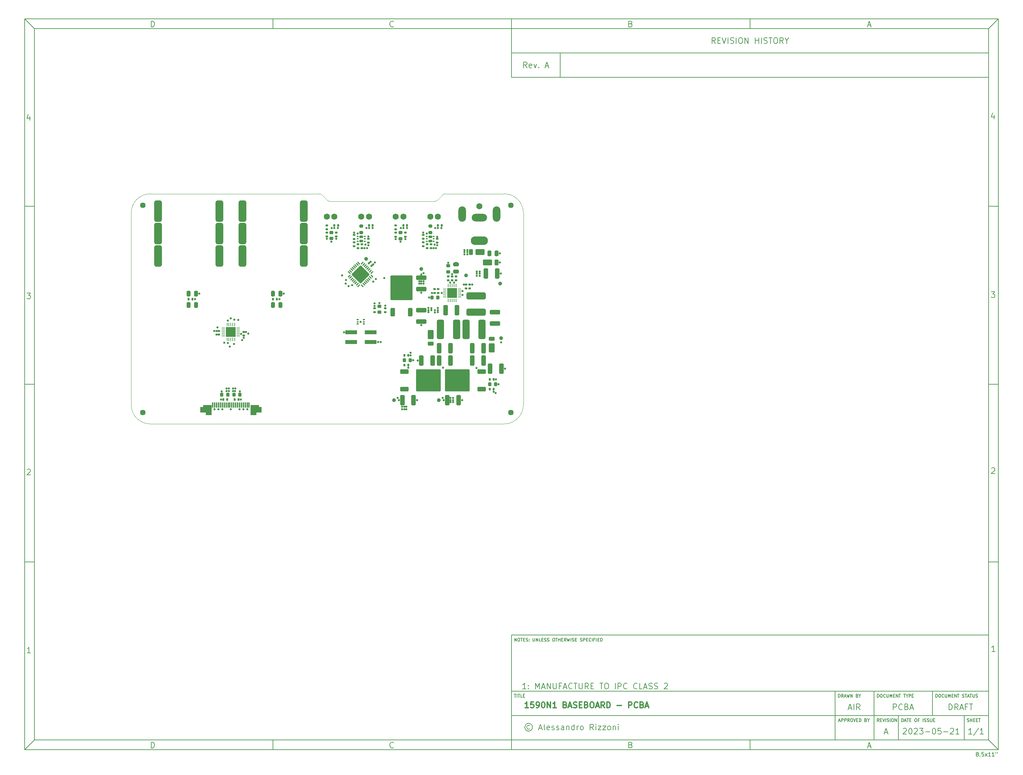
<source format=gbr>
%TF.GenerationSoftware,KiCad,Pcbnew,7.0.7*%
%TF.CreationDate,2023-08-19T17:10:16-04:00*%
%TF.ProjectId,baseboard,62617365-626f-4617-9264-2e6b69636164,A*%
%TF.SameCoordinates,Original*%
%TF.FileFunction,Soldermask,Top*%
%TF.FilePolarity,Negative*%
%FSLAX46Y46*%
G04 Gerber Fmt 4.6, Leading zero omitted, Abs format (unit mm)*
G04 Created by KiCad (PCBNEW 7.0.7) date 2023-08-19 17:10:16*
%MOMM*%
%LPD*%
G01*
G04 APERTURE LIST*
G04 Aperture macros list*
%AMRoundRect*
0 Rectangle with rounded corners*
0 $1 Rounding radius*
0 $2 $3 $4 $5 $6 $7 $8 $9 X,Y pos of 4 corners*
0 Add a 4 corners polygon primitive as box body*
4,1,4,$2,$3,$4,$5,$6,$7,$8,$9,$2,$3,0*
0 Add four circle primitives for the rounded corners*
1,1,$1+$1,$2,$3*
1,1,$1+$1,$4,$5*
1,1,$1+$1,$6,$7*
1,1,$1+$1,$8,$9*
0 Add four rect primitives between the rounded corners*
20,1,$1+$1,$2,$3,$4,$5,0*
20,1,$1+$1,$4,$5,$6,$7,0*
20,1,$1+$1,$6,$7,$8,$9,0*
20,1,$1+$1,$8,$9,$2,$3,0*%
G04 Aperture macros list end*
%ADD10C,0.100000*%
%ADD11C,0.150000*%
%ADD12C,0.300000*%
%ADD13C,0.010000*%
%ADD14RoundRect,0.135000X0.185000X-0.135000X0.185000X0.135000X-0.185000X0.135000X-0.185000X-0.135000X0*%
%ADD15RoundRect,0.062500X0.220971X0.309359X-0.309359X-0.220971X-0.220971X-0.309359X0.309359X0.220971X0*%
%ADD16RoundRect,0.062500X-0.220971X0.309359X-0.309359X0.220971X0.220971X-0.309359X0.309359X-0.220971X0*%
%ADD17RoundRect,0.172500X0.000000X2.195567X-2.195567X0.000000X0.000000X-2.195567X2.195567X0.000000X0*%
%ADD18C,1.000000*%
%ADD19RoundRect,0.225000X-0.225000X-0.250000X0.225000X-0.250000X0.225000X0.250000X-0.225000X0.250000X0*%
%ADD20RoundRect,0.250000X-0.325000X-1.100000X0.325000X-1.100000X0.325000X1.100000X-0.325000X1.100000X0*%
%ADD21RoundRect,0.140000X0.140000X0.170000X-0.140000X0.170000X-0.140000X-0.170000X0.140000X-0.170000X0*%
%ADD22RoundRect,0.225000X0.250000X-0.225000X0.250000X0.225000X-0.250000X0.225000X-0.250000X-0.225000X0*%
%ADD23C,1.448000*%
%ADD24C,1.600000*%
%ADD25RoundRect,0.250000X1.100000X-0.325000X1.100000X0.325000X-1.100000X0.325000X-1.100000X-0.325000X0*%
%ADD26RoundRect,0.135000X-0.185000X0.135000X-0.185000X-0.135000X0.185000X-0.135000X0.185000X0.135000X0*%
%ADD27RoundRect,0.225000X0.225000X0.250000X-0.225000X0.250000X-0.225000X-0.250000X0.225000X-0.250000X0*%
%ADD28R,3.150000X1.000000*%
%ADD29O,4.500000X2.250000*%
%ADD30O,4.000000X2.000000*%
%ADD31O,2.000000X4.000000*%
%ADD32RoundRect,0.250000X0.325000X1.100000X-0.325000X1.100000X-0.325000X-1.100000X0.325000X-1.100000X0*%
%ADD33R,0.300000X1.400000*%
%ADD34RoundRect,0.062500X0.375000X0.062500X-0.375000X0.062500X-0.375000X-0.062500X0.375000X-0.062500X0*%
%ADD35RoundRect,0.062500X0.062500X0.375000X-0.062500X0.375000X-0.062500X-0.375000X0.062500X-0.375000X0*%
%ADD36RoundRect,0.130000X1.170000X1.170000X-1.170000X1.170000X-1.170000X-1.170000X1.170000X-1.170000X0*%
%ADD37RoundRect,0.087500X0.162500X-0.087500X0.162500X0.087500X-0.162500X0.087500X-0.162500X-0.087500X0*%
%ADD38RoundRect,0.150000X0.350000X-0.150000X0.350000X0.150000X-0.350000X0.150000X-0.350000X-0.150000X0*%
%ADD39RoundRect,0.140000X-0.170000X0.140000X-0.170000X-0.140000X0.170000X-0.140000X0.170000X0.140000X0*%
%ADD40RoundRect,0.250000X-0.850000X-0.350000X0.850000X-0.350000X0.850000X0.350000X-0.850000X0.350000X0*%
%ADD41RoundRect,0.249997X-2.950003X-2.650003X2.950003X-2.650003X2.950003X2.650003X-2.950003X2.650003X0*%
%ADD42RoundRect,0.200000X-0.275000X0.200000X-0.275000X-0.200000X0.275000X-0.200000X0.275000X0.200000X0*%
%ADD43RoundRect,0.040000X-0.185000X0.160000X-0.185000X-0.160000X0.185000X-0.160000X0.185000X0.160000X0*%
%ADD44RoundRect,0.030000X-0.195000X0.120000X-0.195000X-0.120000X0.195000X-0.120000X0.195000X0.120000X0*%
%ADD45RoundRect,0.135000X-0.135000X-0.185000X0.135000X-0.185000X0.135000X0.185000X-0.135000X0.185000X0*%
%ADD46RoundRect,0.250000X0.250000X0.475000X-0.250000X0.475000X-0.250000X-0.475000X0.250000X-0.475000X0*%
%ADD47RoundRect,0.475000X-0.475000X-2.075000X0.475000X-2.075000X0.475000X2.075000X-0.475000X2.075000X0*%
%ADD48RoundRect,0.250000X-0.475000X0.250000X-0.475000X-0.250000X0.475000X-0.250000X0.475000X0.250000X0*%
%ADD49RoundRect,0.250000X-0.250000X-0.475000X0.250000X-0.475000X0.250000X0.475000X-0.250000X0.475000X0*%
%ADD50RoundRect,0.500000X-0.500000X-2.300000X0.500000X-2.300000X0.500000X2.300000X-0.500000X2.300000X0*%
%ADD51RoundRect,0.250000X0.350000X-0.850000X0.350000X0.850000X-0.350000X0.850000X-0.350000X-0.850000X0*%
%ADD52RoundRect,0.249997X2.650003X-2.950003X2.650003X2.950003X-2.650003X2.950003X-2.650003X-2.950003X0*%
%ADD53RoundRect,0.250000X0.850000X0.350000X-0.850000X0.350000X-0.850000X-0.350000X0.850000X-0.350000X0*%
%ADD54RoundRect,0.249997X2.950003X2.650003X-2.950003X2.650003X-2.950003X-2.650003X2.950003X-2.650003X0*%
%ADD55RoundRect,0.140000X-0.219203X-0.021213X-0.021213X-0.219203X0.219203X0.021213X0.021213X0.219203X0*%
%ADD56RoundRect,0.475000X-2.075000X0.475000X-2.075000X-0.475000X2.075000X-0.475000X2.075000X0.475000X0*%
%ADD57RoundRect,0.225000X-0.250000X0.225000X-0.250000X-0.225000X0.250000X-0.225000X0.250000X0.225000X0*%
%ADD58RoundRect,0.135000X0.135000X0.185000X-0.135000X0.185000X-0.135000X-0.185000X0.135000X-0.185000X0*%
%ADD59RoundRect,0.250000X-0.500000X0.950000X-0.500000X-0.950000X0.500000X-0.950000X0.500000X0.950000X0*%
%ADD60RoundRect,0.250000X-0.500000X0.275000X-0.500000X-0.275000X0.500000X-0.275000X0.500000X0.275000X0*%
%ADD61RoundRect,0.062500X-0.375000X-0.062500X0.375000X-0.062500X0.375000X0.062500X-0.375000X0.062500X0*%
%ADD62RoundRect,0.062500X-0.062500X-0.375000X0.062500X-0.375000X0.062500X0.375000X-0.062500X0.375000X0*%
%ADD63RoundRect,0.130000X-1.170000X-1.170000X1.170000X-1.170000X1.170000X1.170000X-1.170000X1.170000X0*%
%ADD64RoundRect,0.250000X-0.950000X-0.500000X0.950000X-0.500000X0.950000X0.500000X-0.950000X0.500000X0*%
%ADD65RoundRect,0.250000X-0.275000X-0.500000X0.275000X-0.500000X0.275000X0.500000X-0.275000X0.500000X0*%
%ADD66RoundRect,0.250000X0.500000X-0.950000X0.500000X0.950000X-0.500000X0.950000X-0.500000X-0.950000X0*%
%ADD67RoundRect,0.250000X0.500000X-0.275000X0.500000X0.275000X-0.500000X0.275000X-0.500000X-0.275000X0*%
%ADD68RoundRect,0.140000X-0.140000X-0.170000X0.140000X-0.170000X0.140000X0.170000X-0.140000X0.170000X0*%
%ADD69RoundRect,0.475000X0.475000X2.075000X-0.475000X2.075000X-0.475000X-2.075000X0.475000X-2.075000X0*%
%ADD70RoundRect,0.250000X0.950000X0.500000X-0.950000X0.500000X-0.950000X-0.500000X0.950000X-0.500000X0*%
%ADD71RoundRect,0.250000X0.275000X0.500000X-0.275000X0.500000X-0.275000X-0.500000X0.275000X-0.500000X0*%
%ADD72C,0.550000*%
%TA.AperFunction,Profile*%
%ADD73C,0.050000*%
%TD*%
G04 APERTURE END LIST*
D10*
D11*
X259813572Y-199154128D02*
X258956429Y-199154128D01*
X259385000Y-199154128D02*
X259385000Y-197654128D01*
X259385000Y-197654128D02*
X259242143Y-197868414D01*
X259242143Y-197868414D02*
X259099286Y-198011271D01*
X259099286Y-198011271D02*
X258956429Y-198082700D01*
X261527857Y-197582700D02*
X260242143Y-199511271D01*
X262813572Y-199154128D02*
X261956429Y-199154128D01*
X262385000Y-199154128D02*
X262385000Y-197654128D01*
X262385000Y-197654128D02*
X262242143Y-197868414D01*
X262242143Y-197868414D02*
X262099286Y-198011271D01*
X262099286Y-198011271D02*
X261956429Y-198082700D01*
D10*
D11*
X140409874Y-188759295D02*
X140867017Y-188759295D01*
X140638445Y-189559295D02*
X140638445Y-188759295D01*
X141133684Y-189559295D02*
X141133684Y-188759295D01*
X141400350Y-188759295D02*
X141857493Y-188759295D01*
X141628921Y-189559295D02*
X141628921Y-188759295D01*
X142505112Y-189559295D02*
X142124160Y-189559295D01*
X142124160Y-189559295D02*
X142124160Y-188759295D01*
X142771779Y-189140247D02*
X143038445Y-189140247D01*
X143152731Y-189559295D02*
X142771779Y-189559295D01*
X142771779Y-189559295D02*
X142771779Y-188759295D01*
X142771779Y-188759295D02*
X143152731Y-188759295D01*
D10*
D11*
X235596303Y-195909295D02*
X235329636Y-195528342D01*
X235139160Y-195909295D02*
X235139160Y-195109295D01*
X235139160Y-195109295D02*
X235443922Y-195109295D01*
X235443922Y-195109295D02*
X235520112Y-195147390D01*
X235520112Y-195147390D02*
X235558207Y-195185485D01*
X235558207Y-195185485D02*
X235596303Y-195261676D01*
X235596303Y-195261676D02*
X235596303Y-195375961D01*
X235596303Y-195375961D02*
X235558207Y-195452152D01*
X235558207Y-195452152D02*
X235520112Y-195490247D01*
X235520112Y-195490247D02*
X235443922Y-195528342D01*
X235443922Y-195528342D02*
X235139160Y-195528342D01*
X235939160Y-195490247D02*
X236205826Y-195490247D01*
X236320112Y-195909295D02*
X235939160Y-195909295D01*
X235939160Y-195909295D02*
X235939160Y-195109295D01*
X235939160Y-195109295D02*
X236320112Y-195109295D01*
X236548684Y-195109295D02*
X236815351Y-195909295D01*
X236815351Y-195909295D02*
X237082017Y-195109295D01*
X237348684Y-195909295D02*
X237348684Y-195109295D01*
X237691540Y-195871200D02*
X237805826Y-195909295D01*
X237805826Y-195909295D02*
X237996302Y-195909295D01*
X237996302Y-195909295D02*
X238072493Y-195871200D01*
X238072493Y-195871200D02*
X238110588Y-195833104D01*
X238110588Y-195833104D02*
X238148683Y-195756914D01*
X238148683Y-195756914D02*
X238148683Y-195680723D01*
X238148683Y-195680723D02*
X238110588Y-195604533D01*
X238110588Y-195604533D02*
X238072493Y-195566438D01*
X238072493Y-195566438D02*
X237996302Y-195528342D01*
X237996302Y-195528342D02*
X237843921Y-195490247D01*
X237843921Y-195490247D02*
X237767731Y-195452152D01*
X237767731Y-195452152D02*
X237729636Y-195414057D01*
X237729636Y-195414057D02*
X237691540Y-195337866D01*
X237691540Y-195337866D02*
X237691540Y-195261676D01*
X237691540Y-195261676D02*
X237729636Y-195185485D01*
X237729636Y-195185485D02*
X237767731Y-195147390D01*
X237767731Y-195147390D02*
X237843921Y-195109295D01*
X237843921Y-195109295D02*
X238034398Y-195109295D01*
X238034398Y-195109295D02*
X238148683Y-195147390D01*
X238491541Y-195909295D02*
X238491541Y-195109295D01*
X239024874Y-195109295D02*
X239177255Y-195109295D01*
X239177255Y-195109295D02*
X239253445Y-195147390D01*
X239253445Y-195147390D02*
X239329636Y-195223580D01*
X239329636Y-195223580D02*
X239367731Y-195375961D01*
X239367731Y-195375961D02*
X239367731Y-195642628D01*
X239367731Y-195642628D02*
X239329636Y-195795009D01*
X239329636Y-195795009D02*
X239253445Y-195871200D01*
X239253445Y-195871200D02*
X239177255Y-195909295D01*
X239177255Y-195909295D02*
X239024874Y-195909295D01*
X239024874Y-195909295D02*
X238948683Y-195871200D01*
X238948683Y-195871200D02*
X238872493Y-195795009D01*
X238872493Y-195795009D02*
X238834397Y-195642628D01*
X238834397Y-195642628D02*
X238834397Y-195375961D01*
X238834397Y-195375961D02*
X238872493Y-195223580D01*
X238872493Y-195223580D02*
X238948683Y-195147390D01*
X238948683Y-195147390D02*
X239024874Y-195109295D01*
X239710588Y-195909295D02*
X239710588Y-195109295D01*
X239710588Y-195109295D02*
X240167731Y-195909295D01*
X240167731Y-195909295D02*
X240167731Y-195109295D01*
D10*
D11*
X241489160Y-195909295D02*
X241489160Y-195109295D01*
X241489160Y-195109295D02*
X241679636Y-195109295D01*
X241679636Y-195109295D02*
X241793922Y-195147390D01*
X241793922Y-195147390D02*
X241870112Y-195223580D01*
X241870112Y-195223580D02*
X241908207Y-195299771D01*
X241908207Y-195299771D02*
X241946303Y-195452152D01*
X241946303Y-195452152D02*
X241946303Y-195566438D01*
X241946303Y-195566438D02*
X241908207Y-195718819D01*
X241908207Y-195718819D02*
X241870112Y-195795009D01*
X241870112Y-195795009D02*
X241793922Y-195871200D01*
X241793922Y-195871200D02*
X241679636Y-195909295D01*
X241679636Y-195909295D02*
X241489160Y-195909295D01*
X242251064Y-195680723D02*
X242632017Y-195680723D01*
X242174874Y-195909295D02*
X242441541Y-195109295D01*
X242441541Y-195109295D02*
X242708207Y-195909295D01*
X242860588Y-195109295D02*
X243317731Y-195109295D01*
X243089159Y-195909295D02*
X243089159Y-195109295D01*
X243584398Y-195490247D02*
X243851064Y-195490247D01*
X243965350Y-195909295D02*
X243584398Y-195909295D01*
X243584398Y-195909295D02*
X243584398Y-195109295D01*
X243584398Y-195109295D02*
X243965350Y-195109295D01*
X245070113Y-195109295D02*
X245222494Y-195109295D01*
X245222494Y-195109295D02*
X245298684Y-195147390D01*
X245298684Y-195147390D02*
X245374875Y-195223580D01*
X245374875Y-195223580D02*
X245412970Y-195375961D01*
X245412970Y-195375961D02*
X245412970Y-195642628D01*
X245412970Y-195642628D02*
X245374875Y-195795009D01*
X245374875Y-195795009D02*
X245298684Y-195871200D01*
X245298684Y-195871200D02*
X245222494Y-195909295D01*
X245222494Y-195909295D02*
X245070113Y-195909295D01*
X245070113Y-195909295D02*
X244993922Y-195871200D01*
X244993922Y-195871200D02*
X244917732Y-195795009D01*
X244917732Y-195795009D02*
X244879636Y-195642628D01*
X244879636Y-195642628D02*
X244879636Y-195375961D01*
X244879636Y-195375961D02*
X244917732Y-195223580D01*
X244917732Y-195223580D02*
X244993922Y-195147390D01*
X244993922Y-195147390D02*
X245070113Y-195109295D01*
X246022493Y-195490247D02*
X245755827Y-195490247D01*
X245755827Y-195909295D02*
X245755827Y-195109295D01*
X245755827Y-195109295D02*
X246136779Y-195109295D01*
X247051065Y-195909295D02*
X247051065Y-195109295D01*
X247393921Y-195871200D02*
X247508207Y-195909295D01*
X247508207Y-195909295D02*
X247698683Y-195909295D01*
X247698683Y-195909295D02*
X247774874Y-195871200D01*
X247774874Y-195871200D02*
X247812969Y-195833104D01*
X247812969Y-195833104D02*
X247851064Y-195756914D01*
X247851064Y-195756914D02*
X247851064Y-195680723D01*
X247851064Y-195680723D02*
X247812969Y-195604533D01*
X247812969Y-195604533D02*
X247774874Y-195566438D01*
X247774874Y-195566438D02*
X247698683Y-195528342D01*
X247698683Y-195528342D02*
X247546302Y-195490247D01*
X247546302Y-195490247D02*
X247470112Y-195452152D01*
X247470112Y-195452152D02*
X247432017Y-195414057D01*
X247432017Y-195414057D02*
X247393921Y-195337866D01*
X247393921Y-195337866D02*
X247393921Y-195261676D01*
X247393921Y-195261676D02*
X247432017Y-195185485D01*
X247432017Y-195185485D02*
X247470112Y-195147390D01*
X247470112Y-195147390D02*
X247546302Y-195109295D01*
X247546302Y-195109295D02*
X247736779Y-195109295D01*
X247736779Y-195109295D02*
X247851064Y-195147390D01*
X248155826Y-195871200D02*
X248270112Y-195909295D01*
X248270112Y-195909295D02*
X248460588Y-195909295D01*
X248460588Y-195909295D02*
X248536779Y-195871200D01*
X248536779Y-195871200D02*
X248574874Y-195833104D01*
X248574874Y-195833104D02*
X248612969Y-195756914D01*
X248612969Y-195756914D02*
X248612969Y-195680723D01*
X248612969Y-195680723D02*
X248574874Y-195604533D01*
X248574874Y-195604533D02*
X248536779Y-195566438D01*
X248536779Y-195566438D02*
X248460588Y-195528342D01*
X248460588Y-195528342D02*
X248308207Y-195490247D01*
X248308207Y-195490247D02*
X248232017Y-195452152D01*
X248232017Y-195452152D02*
X248193922Y-195414057D01*
X248193922Y-195414057D02*
X248155826Y-195337866D01*
X248155826Y-195337866D02*
X248155826Y-195261676D01*
X248155826Y-195261676D02*
X248193922Y-195185485D01*
X248193922Y-195185485D02*
X248232017Y-195147390D01*
X248232017Y-195147390D02*
X248308207Y-195109295D01*
X248308207Y-195109295D02*
X248498684Y-195109295D01*
X248498684Y-195109295D02*
X248612969Y-195147390D01*
X248955827Y-195109295D02*
X248955827Y-195756914D01*
X248955827Y-195756914D02*
X248993922Y-195833104D01*
X248993922Y-195833104D02*
X249032017Y-195871200D01*
X249032017Y-195871200D02*
X249108208Y-195909295D01*
X249108208Y-195909295D02*
X249260589Y-195909295D01*
X249260589Y-195909295D02*
X249336779Y-195871200D01*
X249336779Y-195871200D02*
X249374874Y-195833104D01*
X249374874Y-195833104D02*
X249412970Y-195756914D01*
X249412970Y-195756914D02*
X249412970Y-195109295D01*
X249793922Y-195490247D02*
X250060588Y-195490247D01*
X250174874Y-195909295D02*
X249793922Y-195909295D01*
X249793922Y-195909295D02*
X249793922Y-195109295D01*
X249793922Y-195109295D02*
X250174874Y-195109295D01*
D10*
D11*
X258596064Y-195871200D02*
X258710350Y-195909295D01*
X258710350Y-195909295D02*
X258900826Y-195909295D01*
X258900826Y-195909295D02*
X258977017Y-195871200D01*
X258977017Y-195871200D02*
X259015112Y-195833104D01*
X259015112Y-195833104D02*
X259053207Y-195756914D01*
X259053207Y-195756914D02*
X259053207Y-195680723D01*
X259053207Y-195680723D02*
X259015112Y-195604533D01*
X259015112Y-195604533D02*
X258977017Y-195566438D01*
X258977017Y-195566438D02*
X258900826Y-195528342D01*
X258900826Y-195528342D02*
X258748445Y-195490247D01*
X258748445Y-195490247D02*
X258672255Y-195452152D01*
X258672255Y-195452152D02*
X258634160Y-195414057D01*
X258634160Y-195414057D02*
X258596064Y-195337866D01*
X258596064Y-195337866D02*
X258596064Y-195261676D01*
X258596064Y-195261676D02*
X258634160Y-195185485D01*
X258634160Y-195185485D02*
X258672255Y-195147390D01*
X258672255Y-195147390D02*
X258748445Y-195109295D01*
X258748445Y-195109295D02*
X258938922Y-195109295D01*
X258938922Y-195109295D02*
X259053207Y-195147390D01*
X259396065Y-195909295D02*
X259396065Y-195109295D01*
X259396065Y-195490247D02*
X259853208Y-195490247D01*
X259853208Y-195909295D02*
X259853208Y-195109295D01*
X260234160Y-195490247D02*
X260500826Y-195490247D01*
X260615112Y-195909295D02*
X260234160Y-195909295D01*
X260234160Y-195909295D02*
X260234160Y-195109295D01*
X260234160Y-195109295D02*
X260615112Y-195109295D01*
X260957970Y-195490247D02*
X261224636Y-195490247D01*
X261338922Y-195909295D02*
X260957970Y-195909295D01*
X260957970Y-195909295D02*
X260957970Y-195109295D01*
X260957970Y-195109295D02*
X261338922Y-195109295D01*
X261567494Y-195109295D02*
X262024637Y-195109295D01*
X261796065Y-195909295D02*
X261796065Y-195109295D01*
D10*
D11*
X239299285Y-192804128D02*
X239299285Y-191304128D01*
X239299285Y-191304128D02*
X239870714Y-191304128D01*
X239870714Y-191304128D02*
X240013571Y-191375557D01*
X240013571Y-191375557D02*
X240085000Y-191446985D01*
X240085000Y-191446985D02*
X240156428Y-191589842D01*
X240156428Y-191589842D02*
X240156428Y-191804128D01*
X240156428Y-191804128D02*
X240085000Y-191946985D01*
X240085000Y-191946985D02*
X240013571Y-192018414D01*
X240013571Y-192018414D02*
X239870714Y-192089842D01*
X239870714Y-192089842D02*
X239299285Y-192089842D01*
X241656428Y-192661271D02*
X241585000Y-192732700D01*
X241585000Y-192732700D02*
X241370714Y-192804128D01*
X241370714Y-192804128D02*
X241227857Y-192804128D01*
X241227857Y-192804128D02*
X241013571Y-192732700D01*
X241013571Y-192732700D02*
X240870714Y-192589842D01*
X240870714Y-192589842D02*
X240799285Y-192446985D01*
X240799285Y-192446985D02*
X240727857Y-192161271D01*
X240727857Y-192161271D02*
X240727857Y-191946985D01*
X240727857Y-191946985D02*
X240799285Y-191661271D01*
X240799285Y-191661271D02*
X240870714Y-191518414D01*
X240870714Y-191518414D02*
X241013571Y-191375557D01*
X241013571Y-191375557D02*
X241227857Y-191304128D01*
X241227857Y-191304128D02*
X241370714Y-191304128D01*
X241370714Y-191304128D02*
X241585000Y-191375557D01*
X241585000Y-191375557D02*
X241656428Y-191446985D01*
X242799285Y-192018414D02*
X243013571Y-192089842D01*
X243013571Y-192089842D02*
X243085000Y-192161271D01*
X243085000Y-192161271D02*
X243156428Y-192304128D01*
X243156428Y-192304128D02*
X243156428Y-192518414D01*
X243156428Y-192518414D02*
X243085000Y-192661271D01*
X243085000Y-192661271D02*
X243013571Y-192732700D01*
X243013571Y-192732700D02*
X242870714Y-192804128D01*
X242870714Y-192804128D02*
X242299285Y-192804128D01*
X242299285Y-192804128D02*
X242299285Y-191304128D01*
X242299285Y-191304128D02*
X242799285Y-191304128D01*
X242799285Y-191304128D02*
X242942143Y-191375557D01*
X242942143Y-191375557D02*
X243013571Y-191446985D01*
X243013571Y-191446985D02*
X243085000Y-191589842D01*
X243085000Y-191589842D02*
X243085000Y-191732700D01*
X243085000Y-191732700D02*
X243013571Y-191875557D01*
X243013571Y-191875557D02*
X242942143Y-191946985D01*
X242942143Y-191946985D02*
X242799285Y-192018414D01*
X242799285Y-192018414D02*
X242299285Y-192018414D01*
X243727857Y-192375557D02*
X244442143Y-192375557D01*
X243585000Y-192804128D02*
X244085000Y-191304128D01*
X244085000Y-191304128D02*
X244585000Y-192804128D01*
D10*
D11*
X225068064Y-195680723D02*
X225449017Y-195680723D01*
X224991874Y-195909295D02*
X225258541Y-195109295D01*
X225258541Y-195109295D02*
X225525207Y-195909295D01*
X225791874Y-195909295D02*
X225791874Y-195109295D01*
X225791874Y-195109295D02*
X226096636Y-195109295D01*
X226096636Y-195109295D02*
X226172826Y-195147390D01*
X226172826Y-195147390D02*
X226210921Y-195185485D01*
X226210921Y-195185485D02*
X226249017Y-195261676D01*
X226249017Y-195261676D02*
X226249017Y-195375961D01*
X226249017Y-195375961D02*
X226210921Y-195452152D01*
X226210921Y-195452152D02*
X226172826Y-195490247D01*
X226172826Y-195490247D02*
X226096636Y-195528342D01*
X226096636Y-195528342D02*
X225791874Y-195528342D01*
X226591874Y-195909295D02*
X226591874Y-195109295D01*
X226591874Y-195109295D02*
X226896636Y-195109295D01*
X226896636Y-195109295D02*
X226972826Y-195147390D01*
X226972826Y-195147390D02*
X227010921Y-195185485D01*
X227010921Y-195185485D02*
X227049017Y-195261676D01*
X227049017Y-195261676D02*
X227049017Y-195375961D01*
X227049017Y-195375961D02*
X227010921Y-195452152D01*
X227010921Y-195452152D02*
X226972826Y-195490247D01*
X226972826Y-195490247D02*
X226896636Y-195528342D01*
X226896636Y-195528342D02*
X226591874Y-195528342D01*
X227849017Y-195909295D02*
X227582350Y-195528342D01*
X227391874Y-195909295D02*
X227391874Y-195109295D01*
X227391874Y-195109295D02*
X227696636Y-195109295D01*
X227696636Y-195109295D02*
X227772826Y-195147390D01*
X227772826Y-195147390D02*
X227810921Y-195185485D01*
X227810921Y-195185485D02*
X227849017Y-195261676D01*
X227849017Y-195261676D02*
X227849017Y-195375961D01*
X227849017Y-195375961D02*
X227810921Y-195452152D01*
X227810921Y-195452152D02*
X227772826Y-195490247D01*
X227772826Y-195490247D02*
X227696636Y-195528342D01*
X227696636Y-195528342D02*
X227391874Y-195528342D01*
X228344255Y-195109295D02*
X228496636Y-195109295D01*
X228496636Y-195109295D02*
X228572826Y-195147390D01*
X228572826Y-195147390D02*
X228649017Y-195223580D01*
X228649017Y-195223580D02*
X228687112Y-195375961D01*
X228687112Y-195375961D02*
X228687112Y-195642628D01*
X228687112Y-195642628D02*
X228649017Y-195795009D01*
X228649017Y-195795009D02*
X228572826Y-195871200D01*
X228572826Y-195871200D02*
X228496636Y-195909295D01*
X228496636Y-195909295D02*
X228344255Y-195909295D01*
X228344255Y-195909295D02*
X228268064Y-195871200D01*
X228268064Y-195871200D02*
X228191874Y-195795009D01*
X228191874Y-195795009D02*
X228153778Y-195642628D01*
X228153778Y-195642628D02*
X228153778Y-195375961D01*
X228153778Y-195375961D02*
X228191874Y-195223580D01*
X228191874Y-195223580D02*
X228268064Y-195147390D01*
X228268064Y-195147390D02*
X228344255Y-195109295D01*
X228915683Y-195109295D02*
X229182350Y-195909295D01*
X229182350Y-195909295D02*
X229449016Y-195109295D01*
X229715683Y-195490247D02*
X229982349Y-195490247D01*
X230096635Y-195909295D02*
X229715683Y-195909295D01*
X229715683Y-195909295D02*
X229715683Y-195109295D01*
X229715683Y-195109295D02*
X230096635Y-195109295D01*
X230439493Y-195909295D02*
X230439493Y-195109295D01*
X230439493Y-195109295D02*
X230629969Y-195109295D01*
X230629969Y-195109295D02*
X230744255Y-195147390D01*
X230744255Y-195147390D02*
X230820445Y-195223580D01*
X230820445Y-195223580D02*
X230858540Y-195299771D01*
X230858540Y-195299771D02*
X230896636Y-195452152D01*
X230896636Y-195452152D02*
X230896636Y-195566438D01*
X230896636Y-195566438D02*
X230858540Y-195718819D01*
X230858540Y-195718819D02*
X230820445Y-195795009D01*
X230820445Y-195795009D02*
X230744255Y-195871200D01*
X230744255Y-195871200D02*
X230629969Y-195909295D01*
X230629969Y-195909295D02*
X230439493Y-195909295D01*
X232115683Y-195490247D02*
X232229969Y-195528342D01*
X232229969Y-195528342D02*
X232268064Y-195566438D01*
X232268064Y-195566438D02*
X232306160Y-195642628D01*
X232306160Y-195642628D02*
X232306160Y-195756914D01*
X232306160Y-195756914D02*
X232268064Y-195833104D01*
X232268064Y-195833104D02*
X232229969Y-195871200D01*
X232229969Y-195871200D02*
X232153779Y-195909295D01*
X232153779Y-195909295D02*
X231849017Y-195909295D01*
X231849017Y-195909295D02*
X231849017Y-195109295D01*
X231849017Y-195109295D02*
X232115683Y-195109295D01*
X232115683Y-195109295D02*
X232191874Y-195147390D01*
X232191874Y-195147390D02*
X232229969Y-195185485D01*
X232229969Y-195185485D02*
X232268064Y-195261676D01*
X232268064Y-195261676D02*
X232268064Y-195337866D01*
X232268064Y-195337866D02*
X232229969Y-195414057D01*
X232229969Y-195414057D02*
X232191874Y-195452152D01*
X232191874Y-195452152D02*
X232115683Y-195490247D01*
X232115683Y-195490247D02*
X231849017Y-195490247D01*
X232801398Y-195528342D02*
X232801398Y-195909295D01*
X232534731Y-195109295D02*
X232801398Y-195528342D01*
X232801398Y-195528342D02*
X233068064Y-195109295D01*
D10*
D11*
X144445112Y-196918271D02*
X144302255Y-196846842D01*
X144302255Y-196846842D02*
X144016541Y-196846842D01*
X144016541Y-196846842D02*
X143873684Y-196918271D01*
X143873684Y-196918271D02*
X143730826Y-197061128D01*
X143730826Y-197061128D02*
X143659398Y-197203985D01*
X143659398Y-197203985D02*
X143659398Y-197489700D01*
X143659398Y-197489700D02*
X143730826Y-197632557D01*
X143730826Y-197632557D02*
X143873684Y-197775414D01*
X143873684Y-197775414D02*
X144016541Y-197846842D01*
X144016541Y-197846842D02*
X144302255Y-197846842D01*
X144302255Y-197846842D02*
X144445112Y-197775414D01*
X144159398Y-196346842D02*
X143802255Y-196418271D01*
X143802255Y-196418271D02*
X143445112Y-196632557D01*
X143445112Y-196632557D02*
X143230826Y-196989700D01*
X143230826Y-196989700D02*
X143159398Y-197346842D01*
X143159398Y-197346842D02*
X143230826Y-197703985D01*
X143230826Y-197703985D02*
X143445112Y-198061128D01*
X143445112Y-198061128D02*
X143802255Y-198275414D01*
X143802255Y-198275414D02*
X144159398Y-198346842D01*
X144159398Y-198346842D02*
X144516541Y-198275414D01*
X144516541Y-198275414D02*
X144873684Y-198061128D01*
X144873684Y-198061128D02*
X145087969Y-197703985D01*
X145087969Y-197703985D02*
X145159398Y-197346842D01*
X145159398Y-197346842D02*
X145087969Y-196989700D01*
X145087969Y-196989700D02*
X144873684Y-196632557D01*
X144873684Y-196632557D02*
X144516541Y-196418271D01*
X144516541Y-196418271D02*
X144159398Y-196346842D01*
X146873684Y-197632557D02*
X147587970Y-197632557D01*
X146730827Y-198061128D02*
X147230827Y-196561128D01*
X147230827Y-196561128D02*
X147730827Y-198061128D01*
X148445112Y-198061128D02*
X148302255Y-197989700D01*
X148302255Y-197989700D02*
X148230826Y-197846842D01*
X148230826Y-197846842D02*
X148230826Y-196561128D01*
X149587969Y-197989700D02*
X149445112Y-198061128D01*
X149445112Y-198061128D02*
X149159398Y-198061128D01*
X149159398Y-198061128D02*
X149016540Y-197989700D01*
X149016540Y-197989700D02*
X148945112Y-197846842D01*
X148945112Y-197846842D02*
X148945112Y-197275414D01*
X148945112Y-197275414D02*
X149016540Y-197132557D01*
X149016540Y-197132557D02*
X149159398Y-197061128D01*
X149159398Y-197061128D02*
X149445112Y-197061128D01*
X149445112Y-197061128D02*
X149587969Y-197132557D01*
X149587969Y-197132557D02*
X149659398Y-197275414D01*
X149659398Y-197275414D02*
X149659398Y-197418271D01*
X149659398Y-197418271D02*
X148945112Y-197561128D01*
X150230826Y-197989700D02*
X150373683Y-198061128D01*
X150373683Y-198061128D02*
X150659397Y-198061128D01*
X150659397Y-198061128D02*
X150802254Y-197989700D01*
X150802254Y-197989700D02*
X150873683Y-197846842D01*
X150873683Y-197846842D02*
X150873683Y-197775414D01*
X150873683Y-197775414D02*
X150802254Y-197632557D01*
X150802254Y-197632557D02*
X150659397Y-197561128D01*
X150659397Y-197561128D02*
X150445112Y-197561128D01*
X150445112Y-197561128D02*
X150302254Y-197489700D01*
X150302254Y-197489700D02*
X150230826Y-197346842D01*
X150230826Y-197346842D02*
X150230826Y-197275414D01*
X150230826Y-197275414D02*
X150302254Y-197132557D01*
X150302254Y-197132557D02*
X150445112Y-197061128D01*
X150445112Y-197061128D02*
X150659397Y-197061128D01*
X150659397Y-197061128D02*
X150802254Y-197132557D01*
X151445112Y-197989700D02*
X151587969Y-198061128D01*
X151587969Y-198061128D02*
X151873683Y-198061128D01*
X151873683Y-198061128D02*
X152016540Y-197989700D01*
X152016540Y-197989700D02*
X152087969Y-197846842D01*
X152087969Y-197846842D02*
X152087969Y-197775414D01*
X152087969Y-197775414D02*
X152016540Y-197632557D01*
X152016540Y-197632557D02*
X151873683Y-197561128D01*
X151873683Y-197561128D02*
X151659398Y-197561128D01*
X151659398Y-197561128D02*
X151516540Y-197489700D01*
X151516540Y-197489700D02*
X151445112Y-197346842D01*
X151445112Y-197346842D02*
X151445112Y-197275414D01*
X151445112Y-197275414D02*
X151516540Y-197132557D01*
X151516540Y-197132557D02*
X151659398Y-197061128D01*
X151659398Y-197061128D02*
X151873683Y-197061128D01*
X151873683Y-197061128D02*
X152016540Y-197132557D01*
X153373684Y-198061128D02*
X153373684Y-197275414D01*
X153373684Y-197275414D02*
X153302255Y-197132557D01*
X153302255Y-197132557D02*
X153159398Y-197061128D01*
X153159398Y-197061128D02*
X152873684Y-197061128D01*
X152873684Y-197061128D02*
X152730826Y-197132557D01*
X153373684Y-197989700D02*
X153230826Y-198061128D01*
X153230826Y-198061128D02*
X152873684Y-198061128D01*
X152873684Y-198061128D02*
X152730826Y-197989700D01*
X152730826Y-197989700D02*
X152659398Y-197846842D01*
X152659398Y-197846842D02*
X152659398Y-197703985D01*
X152659398Y-197703985D02*
X152730826Y-197561128D01*
X152730826Y-197561128D02*
X152873684Y-197489700D01*
X152873684Y-197489700D02*
X153230826Y-197489700D01*
X153230826Y-197489700D02*
X153373684Y-197418271D01*
X154087969Y-197061128D02*
X154087969Y-198061128D01*
X154087969Y-197203985D02*
X154159398Y-197132557D01*
X154159398Y-197132557D02*
X154302255Y-197061128D01*
X154302255Y-197061128D02*
X154516541Y-197061128D01*
X154516541Y-197061128D02*
X154659398Y-197132557D01*
X154659398Y-197132557D02*
X154730827Y-197275414D01*
X154730827Y-197275414D02*
X154730827Y-198061128D01*
X156087970Y-198061128D02*
X156087970Y-196561128D01*
X156087970Y-197989700D02*
X155945112Y-198061128D01*
X155945112Y-198061128D02*
X155659398Y-198061128D01*
X155659398Y-198061128D02*
X155516541Y-197989700D01*
X155516541Y-197989700D02*
X155445112Y-197918271D01*
X155445112Y-197918271D02*
X155373684Y-197775414D01*
X155373684Y-197775414D02*
X155373684Y-197346842D01*
X155373684Y-197346842D02*
X155445112Y-197203985D01*
X155445112Y-197203985D02*
X155516541Y-197132557D01*
X155516541Y-197132557D02*
X155659398Y-197061128D01*
X155659398Y-197061128D02*
X155945112Y-197061128D01*
X155945112Y-197061128D02*
X156087970Y-197132557D01*
X156802255Y-198061128D02*
X156802255Y-197061128D01*
X156802255Y-197346842D02*
X156873684Y-197203985D01*
X156873684Y-197203985D02*
X156945113Y-197132557D01*
X156945113Y-197132557D02*
X157087970Y-197061128D01*
X157087970Y-197061128D02*
X157230827Y-197061128D01*
X157945112Y-198061128D02*
X157802255Y-197989700D01*
X157802255Y-197989700D02*
X157730826Y-197918271D01*
X157730826Y-197918271D02*
X157659398Y-197775414D01*
X157659398Y-197775414D02*
X157659398Y-197346842D01*
X157659398Y-197346842D02*
X157730826Y-197203985D01*
X157730826Y-197203985D02*
X157802255Y-197132557D01*
X157802255Y-197132557D02*
X157945112Y-197061128D01*
X157945112Y-197061128D02*
X158159398Y-197061128D01*
X158159398Y-197061128D02*
X158302255Y-197132557D01*
X158302255Y-197132557D02*
X158373684Y-197203985D01*
X158373684Y-197203985D02*
X158445112Y-197346842D01*
X158445112Y-197346842D02*
X158445112Y-197775414D01*
X158445112Y-197775414D02*
X158373684Y-197918271D01*
X158373684Y-197918271D02*
X158302255Y-197989700D01*
X158302255Y-197989700D02*
X158159398Y-198061128D01*
X158159398Y-198061128D02*
X157945112Y-198061128D01*
X161087969Y-198061128D02*
X160587969Y-197346842D01*
X160230826Y-198061128D02*
X160230826Y-196561128D01*
X160230826Y-196561128D02*
X160802255Y-196561128D01*
X160802255Y-196561128D02*
X160945112Y-196632557D01*
X160945112Y-196632557D02*
X161016541Y-196703985D01*
X161016541Y-196703985D02*
X161087969Y-196846842D01*
X161087969Y-196846842D02*
X161087969Y-197061128D01*
X161087969Y-197061128D02*
X161016541Y-197203985D01*
X161016541Y-197203985D02*
X160945112Y-197275414D01*
X160945112Y-197275414D02*
X160802255Y-197346842D01*
X160802255Y-197346842D02*
X160230826Y-197346842D01*
X161730826Y-198061128D02*
X161730826Y-197061128D01*
X161730826Y-196561128D02*
X161659398Y-196632557D01*
X161659398Y-196632557D02*
X161730826Y-196703985D01*
X161730826Y-196703985D02*
X161802255Y-196632557D01*
X161802255Y-196632557D02*
X161730826Y-196561128D01*
X161730826Y-196561128D02*
X161730826Y-196703985D01*
X162302255Y-197061128D02*
X163087970Y-197061128D01*
X163087970Y-197061128D02*
X162302255Y-198061128D01*
X162302255Y-198061128D02*
X163087970Y-198061128D01*
X163516541Y-197061128D02*
X164302256Y-197061128D01*
X164302256Y-197061128D02*
X163516541Y-198061128D01*
X163516541Y-198061128D02*
X164302256Y-198061128D01*
X165087970Y-198061128D02*
X164945113Y-197989700D01*
X164945113Y-197989700D02*
X164873684Y-197918271D01*
X164873684Y-197918271D02*
X164802256Y-197775414D01*
X164802256Y-197775414D02*
X164802256Y-197346842D01*
X164802256Y-197346842D02*
X164873684Y-197203985D01*
X164873684Y-197203985D02*
X164945113Y-197132557D01*
X164945113Y-197132557D02*
X165087970Y-197061128D01*
X165087970Y-197061128D02*
X165302256Y-197061128D01*
X165302256Y-197061128D02*
X165445113Y-197132557D01*
X165445113Y-197132557D02*
X165516542Y-197203985D01*
X165516542Y-197203985D02*
X165587970Y-197346842D01*
X165587970Y-197346842D02*
X165587970Y-197775414D01*
X165587970Y-197775414D02*
X165516542Y-197918271D01*
X165516542Y-197918271D02*
X165445113Y-197989700D01*
X165445113Y-197989700D02*
X165302256Y-198061128D01*
X165302256Y-198061128D02*
X165087970Y-198061128D01*
X166230827Y-197061128D02*
X166230827Y-198061128D01*
X166230827Y-197203985D02*
X166302256Y-197132557D01*
X166302256Y-197132557D02*
X166445113Y-197061128D01*
X166445113Y-197061128D02*
X166659399Y-197061128D01*
X166659399Y-197061128D02*
X166802256Y-197132557D01*
X166802256Y-197132557D02*
X166873685Y-197275414D01*
X166873685Y-197275414D02*
X166873685Y-198061128D01*
X167587970Y-198061128D02*
X167587970Y-197061128D01*
X167587970Y-196561128D02*
X167516542Y-196632557D01*
X167516542Y-196632557D02*
X167587970Y-196703985D01*
X167587970Y-196703985D02*
X167659399Y-196632557D01*
X167659399Y-196632557D02*
X167587970Y-196561128D01*
X167587970Y-196561128D02*
X167587970Y-196703985D01*
D10*
D11*
X227670714Y-192375557D02*
X228385000Y-192375557D01*
X227527857Y-192804128D02*
X228027857Y-191304128D01*
X228027857Y-191304128D02*
X228527857Y-192804128D01*
X229027856Y-192804128D02*
X229027856Y-191304128D01*
X230599285Y-192804128D02*
X230099285Y-192089842D01*
X229742142Y-192804128D02*
X229742142Y-191304128D01*
X229742142Y-191304128D02*
X230313571Y-191304128D01*
X230313571Y-191304128D02*
X230456428Y-191375557D01*
X230456428Y-191375557D02*
X230527857Y-191446985D01*
X230527857Y-191446985D02*
X230599285Y-191589842D01*
X230599285Y-191589842D02*
X230599285Y-191804128D01*
X230599285Y-191804128D02*
X230527857Y-191946985D01*
X230527857Y-191946985D02*
X230456428Y-192018414D01*
X230456428Y-192018414D02*
X230313571Y-192089842D01*
X230313571Y-192089842D02*
X229742142Y-192089842D01*
D10*
D11*
D10*
D11*
X250379160Y-189559295D02*
X250379160Y-188759295D01*
X250379160Y-188759295D02*
X250569636Y-188759295D01*
X250569636Y-188759295D02*
X250683922Y-188797390D01*
X250683922Y-188797390D02*
X250760112Y-188873580D01*
X250760112Y-188873580D02*
X250798207Y-188949771D01*
X250798207Y-188949771D02*
X250836303Y-189102152D01*
X250836303Y-189102152D02*
X250836303Y-189216438D01*
X250836303Y-189216438D02*
X250798207Y-189368819D01*
X250798207Y-189368819D02*
X250760112Y-189445009D01*
X250760112Y-189445009D02*
X250683922Y-189521200D01*
X250683922Y-189521200D02*
X250569636Y-189559295D01*
X250569636Y-189559295D02*
X250379160Y-189559295D01*
X251331541Y-188759295D02*
X251483922Y-188759295D01*
X251483922Y-188759295D02*
X251560112Y-188797390D01*
X251560112Y-188797390D02*
X251636303Y-188873580D01*
X251636303Y-188873580D02*
X251674398Y-189025961D01*
X251674398Y-189025961D02*
X251674398Y-189292628D01*
X251674398Y-189292628D02*
X251636303Y-189445009D01*
X251636303Y-189445009D02*
X251560112Y-189521200D01*
X251560112Y-189521200D02*
X251483922Y-189559295D01*
X251483922Y-189559295D02*
X251331541Y-189559295D01*
X251331541Y-189559295D02*
X251255350Y-189521200D01*
X251255350Y-189521200D02*
X251179160Y-189445009D01*
X251179160Y-189445009D02*
X251141064Y-189292628D01*
X251141064Y-189292628D02*
X251141064Y-189025961D01*
X251141064Y-189025961D02*
X251179160Y-188873580D01*
X251179160Y-188873580D02*
X251255350Y-188797390D01*
X251255350Y-188797390D02*
X251331541Y-188759295D01*
X252474398Y-189483104D02*
X252436302Y-189521200D01*
X252436302Y-189521200D02*
X252322017Y-189559295D01*
X252322017Y-189559295D02*
X252245826Y-189559295D01*
X252245826Y-189559295D02*
X252131540Y-189521200D01*
X252131540Y-189521200D02*
X252055350Y-189445009D01*
X252055350Y-189445009D02*
X252017255Y-189368819D01*
X252017255Y-189368819D02*
X251979159Y-189216438D01*
X251979159Y-189216438D02*
X251979159Y-189102152D01*
X251979159Y-189102152D02*
X252017255Y-188949771D01*
X252017255Y-188949771D02*
X252055350Y-188873580D01*
X252055350Y-188873580D02*
X252131540Y-188797390D01*
X252131540Y-188797390D02*
X252245826Y-188759295D01*
X252245826Y-188759295D02*
X252322017Y-188759295D01*
X252322017Y-188759295D02*
X252436302Y-188797390D01*
X252436302Y-188797390D02*
X252474398Y-188835485D01*
X252817255Y-188759295D02*
X252817255Y-189406914D01*
X252817255Y-189406914D02*
X252855350Y-189483104D01*
X252855350Y-189483104D02*
X252893445Y-189521200D01*
X252893445Y-189521200D02*
X252969636Y-189559295D01*
X252969636Y-189559295D02*
X253122017Y-189559295D01*
X253122017Y-189559295D02*
X253198207Y-189521200D01*
X253198207Y-189521200D02*
X253236302Y-189483104D01*
X253236302Y-189483104D02*
X253274398Y-189406914D01*
X253274398Y-189406914D02*
X253274398Y-188759295D01*
X253655350Y-189559295D02*
X253655350Y-188759295D01*
X253655350Y-188759295D02*
X253922016Y-189330723D01*
X253922016Y-189330723D02*
X254188683Y-188759295D01*
X254188683Y-188759295D02*
X254188683Y-189559295D01*
X254569636Y-189140247D02*
X254836302Y-189140247D01*
X254950588Y-189559295D02*
X254569636Y-189559295D01*
X254569636Y-189559295D02*
X254569636Y-188759295D01*
X254569636Y-188759295D02*
X254950588Y-188759295D01*
X255293446Y-189559295D02*
X255293446Y-188759295D01*
X255293446Y-188759295D02*
X255750589Y-189559295D01*
X255750589Y-189559295D02*
X255750589Y-188759295D01*
X256017255Y-188759295D02*
X256474398Y-188759295D01*
X256245826Y-189559295D02*
X256245826Y-188759295D01*
X257312493Y-189521200D02*
X257426779Y-189559295D01*
X257426779Y-189559295D02*
X257617255Y-189559295D01*
X257617255Y-189559295D02*
X257693446Y-189521200D01*
X257693446Y-189521200D02*
X257731541Y-189483104D01*
X257731541Y-189483104D02*
X257769636Y-189406914D01*
X257769636Y-189406914D02*
X257769636Y-189330723D01*
X257769636Y-189330723D02*
X257731541Y-189254533D01*
X257731541Y-189254533D02*
X257693446Y-189216438D01*
X257693446Y-189216438D02*
X257617255Y-189178342D01*
X257617255Y-189178342D02*
X257464874Y-189140247D01*
X257464874Y-189140247D02*
X257388684Y-189102152D01*
X257388684Y-189102152D02*
X257350589Y-189064057D01*
X257350589Y-189064057D02*
X257312493Y-188987866D01*
X257312493Y-188987866D02*
X257312493Y-188911676D01*
X257312493Y-188911676D02*
X257350589Y-188835485D01*
X257350589Y-188835485D02*
X257388684Y-188797390D01*
X257388684Y-188797390D02*
X257464874Y-188759295D01*
X257464874Y-188759295D02*
X257655351Y-188759295D01*
X257655351Y-188759295D02*
X257769636Y-188797390D01*
X257998208Y-188759295D02*
X258455351Y-188759295D01*
X258226779Y-189559295D02*
X258226779Y-188759295D01*
X258683922Y-189330723D02*
X259064875Y-189330723D01*
X258607732Y-189559295D02*
X258874399Y-188759295D01*
X258874399Y-188759295D02*
X259141065Y-189559295D01*
X259293446Y-188759295D02*
X259750589Y-188759295D01*
X259522017Y-189559295D02*
X259522017Y-188759295D01*
X260017256Y-188759295D02*
X260017256Y-189406914D01*
X260017256Y-189406914D02*
X260055351Y-189483104D01*
X260055351Y-189483104D02*
X260093446Y-189521200D01*
X260093446Y-189521200D02*
X260169637Y-189559295D01*
X260169637Y-189559295D02*
X260322018Y-189559295D01*
X260322018Y-189559295D02*
X260398208Y-189521200D01*
X260398208Y-189521200D02*
X260436303Y-189483104D01*
X260436303Y-189483104D02*
X260474399Y-189406914D01*
X260474399Y-189406914D02*
X260474399Y-188759295D01*
X260817255Y-189521200D02*
X260931541Y-189559295D01*
X260931541Y-189559295D02*
X261122017Y-189559295D01*
X261122017Y-189559295D02*
X261198208Y-189521200D01*
X261198208Y-189521200D02*
X261236303Y-189483104D01*
X261236303Y-189483104D02*
X261274398Y-189406914D01*
X261274398Y-189406914D02*
X261274398Y-189330723D01*
X261274398Y-189330723D02*
X261236303Y-189254533D01*
X261236303Y-189254533D02*
X261198208Y-189216438D01*
X261198208Y-189216438D02*
X261122017Y-189178342D01*
X261122017Y-189178342D02*
X260969636Y-189140247D01*
X260969636Y-189140247D02*
X260893446Y-189102152D01*
X260893446Y-189102152D02*
X260855351Y-189064057D01*
X260855351Y-189064057D02*
X260817255Y-188987866D01*
X260817255Y-188987866D02*
X260817255Y-188911676D01*
X260817255Y-188911676D02*
X260855351Y-188835485D01*
X260855351Y-188835485D02*
X260893446Y-188797390D01*
X260893446Y-188797390D02*
X260969636Y-188759295D01*
X260969636Y-188759295D02*
X261160113Y-188759295D01*
X261160113Y-188759295D02*
X261274398Y-188797390D01*
D10*
D11*
X224979160Y-189559295D02*
X224979160Y-188759295D01*
X224979160Y-188759295D02*
X225169636Y-188759295D01*
X225169636Y-188759295D02*
X225283922Y-188797390D01*
X225283922Y-188797390D02*
X225360112Y-188873580D01*
X225360112Y-188873580D02*
X225398207Y-188949771D01*
X225398207Y-188949771D02*
X225436303Y-189102152D01*
X225436303Y-189102152D02*
X225436303Y-189216438D01*
X225436303Y-189216438D02*
X225398207Y-189368819D01*
X225398207Y-189368819D02*
X225360112Y-189445009D01*
X225360112Y-189445009D02*
X225283922Y-189521200D01*
X225283922Y-189521200D02*
X225169636Y-189559295D01*
X225169636Y-189559295D02*
X224979160Y-189559295D01*
X226236303Y-189559295D02*
X225969636Y-189178342D01*
X225779160Y-189559295D02*
X225779160Y-188759295D01*
X225779160Y-188759295D02*
X226083922Y-188759295D01*
X226083922Y-188759295D02*
X226160112Y-188797390D01*
X226160112Y-188797390D02*
X226198207Y-188835485D01*
X226198207Y-188835485D02*
X226236303Y-188911676D01*
X226236303Y-188911676D02*
X226236303Y-189025961D01*
X226236303Y-189025961D02*
X226198207Y-189102152D01*
X226198207Y-189102152D02*
X226160112Y-189140247D01*
X226160112Y-189140247D02*
X226083922Y-189178342D01*
X226083922Y-189178342D02*
X225779160Y-189178342D01*
X226541064Y-189330723D02*
X226922017Y-189330723D01*
X226464874Y-189559295D02*
X226731541Y-188759295D01*
X226731541Y-188759295D02*
X226998207Y-189559295D01*
X227188683Y-188759295D02*
X227379159Y-189559295D01*
X227379159Y-189559295D02*
X227531540Y-188987866D01*
X227531540Y-188987866D02*
X227683921Y-189559295D01*
X227683921Y-189559295D02*
X227874398Y-188759295D01*
X228179160Y-189559295D02*
X228179160Y-188759295D01*
X228179160Y-188759295D02*
X228636303Y-189559295D01*
X228636303Y-189559295D02*
X228636303Y-188759295D01*
X229893445Y-189140247D02*
X230007731Y-189178342D01*
X230007731Y-189178342D02*
X230045826Y-189216438D01*
X230045826Y-189216438D02*
X230083922Y-189292628D01*
X230083922Y-189292628D02*
X230083922Y-189406914D01*
X230083922Y-189406914D02*
X230045826Y-189483104D01*
X230045826Y-189483104D02*
X230007731Y-189521200D01*
X230007731Y-189521200D02*
X229931541Y-189559295D01*
X229931541Y-189559295D02*
X229626779Y-189559295D01*
X229626779Y-189559295D02*
X229626779Y-188759295D01*
X229626779Y-188759295D02*
X229893445Y-188759295D01*
X229893445Y-188759295D02*
X229969636Y-188797390D01*
X229969636Y-188797390D02*
X230007731Y-188835485D01*
X230007731Y-188835485D02*
X230045826Y-188911676D01*
X230045826Y-188911676D02*
X230045826Y-188987866D01*
X230045826Y-188987866D02*
X230007731Y-189064057D01*
X230007731Y-189064057D02*
X229969636Y-189102152D01*
X229969636Y-189102152D02*
X229893445Y-189140247D01*
X229893445Y-189140247D02*
X229626779Y-189140247D01*
X230579160Y-189178342D02*
X230579160Y-189559295D01*
X230312493Y-188759295D02*
X230579160Y-189178342D01*
X230579160Y-189178342D02*
X230845826Y-188759295D01*
D10*
D11*
X235139160Y-189559295D02*
X235139160Y-188759295D01*
X235139160Y-188759295D02*
X235329636Y-188759295D01*
X235329636Y-188759295D02*
X235443922Y-188797390D01*
X235443922Y-188797390D02*
X235520112Y-188873580D01*
X235520112Y-188873580D02*
X235558207Y-188949771D01*
X235558207Y-188949771D02*
X235596303Y-189102152D01*
X235596303Y-189102152D02*
X235596303Y-189216438D01*
X235596303Y-189216438D02*
X235558207Y-189368819D01*
X235558207Y-189368819D02*
X235520112Y-189445009D01*
X235520112Y-189445009D02*
X235443922Y-189521200D01*
X235443922Y-189521200D02*
X235329636Y-189559295D01*
X235329636Y-189559295D02*
X235139160Y-189559295D01*
X236091541Y-188759295D02*
X236243922Y-188759295D01*
X236243922Y-188759295D02*
X236320112Y-188797390D01*
X236320112Y-188797390D02*
X236396303Y-188873580D01*
X236396303Y-188873580D02*
X236434398Y-189025961D01*
X236434398Y-189025961D02*
X236434398Y-189292628D01*
X236434398Y-189292628D02*
X236396303Y-189445009D01*
X236396303Y-189445009D02*
X236320112Y-189521200D01*
X236320112Y-189521200D02*
X236243922Y-189559295D01*
X236243922Y-189559295D02*
X236091541Y-189559295D01*
X236091541Y-189559295D02*
X236015350Y-189521200D01*
X236015350Y-189521200D02*
X235939160Y-189445009D01*
X235939160Y-189445009D02*
X235901064Y-189292628D01*
X235901064Y-189292628D02*
X235901064Y-189025961D01*
X235901064Y-189025961D02*
X235939160Y-188873580D01*
X235939160Y-188873580D02*
X236015350Y-188797390D01*
X236015350Y-188797390D02*
X236091541Y-188759295D01*
X237234398Y-189483104D02*
X237196302Y-189521200D01*
X237196302Y-189521200D02*
X237082017Y-189559295D01*
X237082017Y-189559295D02*
X237005826Y-189559295D01*
X237005826Y-189559295D02*
X236891540Y-189521200D01*
X236891540Y-189521200D02*
X236815350Y-189445009D01*
X236815350Y-189445009D02*
X236777255Y-189368819D01*
X236777255Y-189368819D02*
X236739159Y-189216438D01*
X236739159Y-189216438D02*
X236739159Y-189102152D01*
X236739159Y-189102152D02*
X236777255Y-188949771D01*
X236777255Y-188949771D02*
X236815350Y-188873580D01*
X236815350Y-188873580D02*
X236891540Y-188797390D01*
X236891540Y-188797390D02*
X237005826Y-188759295D01*
X237005826Y-188759295D02*
X237082017Y-188759295D01*
X237082017Y-188759295D02*
X237196302Y-188797390D01*
X237196302Y-188797390D02*
X237234398Y-188835485D01*
X237577255Y-188759295D02*
X237577255Y-189406914D01*
X237577255Y-189406914D02*
X237615350Y-189483104D01*
X237615350Y-189483104D02*
X237653445Y-189521200D01*
X237653445Y-189521200D02*
X237729636Y-189559295D01*
X237729636Y-189559295D02*
X237882017Y-189559295D01*
X237882017Y-189559295D02*
X237958207Y-189521200D01*
X237958207Y-189521200D02*
X237996302Y-189483104D01*
X237996302Y-189483104D02*
X238034398Y-189406914D01*
X238034398Y-189406914D02*
X238034398Y-188759295D01*
X238415350Y-189559295D02*
X238415350Y-188759295D01*
X238415350Y-188759295D02*
X238682016Y-189330723D01*
X238682016Y-189330723D02*
X238948683Y-188759295D01*
X238948683Y-188759295D02*
X238948683Y-189559295D01*
X239329636Y-189140247D02*
X239596302Y-189140247D01*
X239710588Y-189559295D02*
X239329636Y-189559295D01*
X239329636Y-189559295D02*
X239329636Y-188759295D01*
X239329636Y-188759295D02*
X239710588Y-188759295D01*
X240053446Y-189559295D02*
X240053446Y-188759295D01*
X240053446Y-188759295D02*
X240510589Y-189559295D01*
X240510589Y-189559295D02*
X240510589Y-188759295D01*
X240777255Y-188759295D02*
X241234398Y-188759295D01*
X241005826Y-189559295D02*
X241005826Y-188759295D01*
X241996303Y-188759295D02*
X242453446Y-188759295D01*
X242224874Y-189559295D02*
X242224874Y-188759295D01*
X242872494Y-189178342D02*
X242872494Y-189559295D01*
X242605827Y-188759295D02*
X242872494Y-189178342D01*
X242872494Y-189178342D02*
X243139160Y-188759295D01*
X243405827Y-189559295D02*
X243405827Y-188759295D01*
X243405827Y-188759295D02*
X243710589Y-188759295D01*
X243710589Y-188759295D02*
X243786779Y-188797390D01*
X243786779Y-188797390D02*
X243824874Y-188835485D01*
X243824874Y-188835485D02*
X243862970Y-188911676D01*
X243862970Y-188911676D02*
X243862970Y-189025961D01*
X243862970Y-189025961D02*
X243824874Y-189102152D01*
X243824874Y-189102152D02*
X243786779Y-189140247D01*
X243786779Y-189140247D02*
X243710589Y-189178342D01*
X243710589Y-189178342D02*
X243405827Y-189178342D01*
X244205827Y-189140247D02*
X244472493Y-189140247D01*
X244586779Y-189559295D02*
X244205827Y-189559295D01*
X244205827Y-189559295D02*
X244205827Y-188759295D01*
X244205827Y-188759295D02*
X244586779Y-188759295D01*
D10*
D11*
X253821000Y-192804128D02*
X253821000Y-191304128D01*
X253821000Y-191304128D02*
X254178143Y-191304128D01*
X254178143Y-191304128D02*
X254392429Y-191375557D01*
X254392429Y-191375557D02*
X254535286Y-191518414D01*
X254535286Y-191518414D02*
X254606715Y-191661271D01*
X254606715Y-191661271D02*
X254678143Y-191946985D01*
X254678143Y-191946985D02*
X254678143Y-192161271D01*
X254678143Y-192161271D02*
X254606715Y-192446985D01*
X254606715Y-192446985D02*
X254535286Y-192589842D01*
X254535286Y-192589842D02*
X254392429Y-192732700D01*
X254392429Y-192732700D02*
X254178143Y-192804128D01*
X254178143Y-192804128D02*
X253821000Y-192804128D01*
X256178143Y-192804128D02*
X255678143Y-192089842D01*
X255321000Y-192804128D02*
X255321000Y-191304128D01*
X255321000Y-191304128D02*
X255892429Y-191304128D01*
X255892429Y-191304128D02*
X256035286Y-191375557D01*
X256035286Y-191375557D02*
X256106715Y-191446985D01*
X256106715Y-191446985D02*
X256178143Y-191589842D01*
X256178143Y-191589842D02*
X256178143Y-191804128D01*
X256178143Y-191804128D02*
X256106715Y-191946985D01*
X256106715Y-191946985D02*
X256035286Y-192018414D01*
X256035286Y-192018414D02*
X255892429Y-192089842D01*
X255892429Y-192089842D02*
X255321000Y-192089842D01*
X256749572Y-192375557D02*
X257463858Y-192375557D01*
X256606715Y-192804128D02*
X257106715Y-191304128D01*
X257106715Y-191304128D02*
X257606715Y-192804128D01*
X258606714Y-192018414D02*
X258106714Y-192018414D01*
X258106714Y-192804128D02*
X258106714Y-191304128D01*
X258106714Y-191304128D02*
X258821000Y-191304128D01*
X259178143Y-191304128D02*
X260035286Y-191304128D01*
X259606714Y-192804128D02*
X259606714Y-191304128D01*
D10*
D11*
X241915287Y-197796985D02*
X241986715Y-197725557D01*
X241986715Y-197725557D02*
X242129573Y-197654128D01*
X242129573Y-197654128D02*
X242486715Y-197654128D01*
X242486715Y-197654128D02*
X242629573Y-197725557D01*
X242629573Y-197725557D02*
X242701001Y-197796985D01*
X242701001Y-197796985D02*
X242772430Y-197939842D01*
X242772430Y-197939842D02*
X242772430Y-198082700D01*
X242772430Y-198082700D02*
X242701001Y-198296985D01*
X242701001Y-198296985D02*
X241843858Y-199154128D01*
X241843858Y-199154128D02*
X242772430Y-199154128D01*
X243701001Y-197654128D02*
X243843858Y-197654128D01*
X243843858Y-197654128D02*
X243986715Y-197725557D01*
X243986715Y-197725557D02*
X244058144Y-197796985D01*
X244058144Y-197796985D02*
X244129572Y-197939842D01*
X244129572Y-197939842D02*
X244201001Y-198225557D01*
X244201001Y-198225557D02*
X244201001Y-198582700D01*
X244201001Y-198582700D02*
X244129572Y-198868414D01*
X244129572Y-198868414D02*
X244058144Y-199011271D01*
X244058144Y-199011271D02*
X243986715Y-199082700D01*
X243986715Y-199082700D02*
X243843858Y-199154128D01*
X243843858Y-199154128D02*
X243701001Y-199154128D01*
X243701001Y-199154128D02*
X243558144Y-199082700D01*
X243558144Y-199082700D02*
X243486715Y-199011271D01*
X243486715Y-199011271D02*
X243415286Y-198868414D01*
X243415286Y-198868414D02*
X243343858Y-198582700D01*
X243343858Y-198582700D02*
X243343858Y-198225557D01*
X243343858Y-198225557D02*
X243415286Y-197939842D01*
X243415286Y-197939842D02*
X243486715Y-197796985D01*
X243486715Y-197796985D02*
X243558144Y-197725557D01*
X243558144Y-197725557D02*
X243701001Y-197654128D01*
X244772429Y-197796985D02*
X244843857Y-197725557D01*
X244843857Y-197725557D02*
X244986715Y-197654128D01*
X244986715Y-197654128D02*
X245343857Y-197654128D01*
X245343857Y-197654128D02*
X245486715Y-197725557D01*
X245486715Y-197725557D02*
X245558143Y-197796985D01*
X245558143Y-197796985D02*
X245629572Y-197939842D01*
X245629572Y-197939842D02*
X245629572Y-198082700D01*
X245629572Y-198082700D02*
X245558143Y-198296985D01*
X245558143Y-198296985D02*
X244701000Y-199154128D01*
X244701000Y-199154128D02*
X245629572Y-199154128D01*
X246129571Y-197654128D02*
X247058143Y-197654128D01*
X247058143Y-197654128D02*
X246558143Y-198225557D01*
X246558143Y-198225557D02*
X246772428Y-198225557D01*
X246772428Y-198225557D02*
X246915286Y-198296985D01*
X246915286Y-198296985D02*
X246986714Y-198368414D01*
X246986714Y-198368414D02*
X247058143Y-198511271D01*
X247058143Y-198511271D02*
X247058143Y-198868414D01*
X247058143Y-198868414D02*
X246986714Y-199011271D01*
X246986714Y-199011271D02*
X246915286Y-199082700D01*
X246915286Y-199082700D02*
X246772428Y-199154128D01*
X246772428Y-199154128D02*
X246343857Y-199154128D01*
X246343857Y-199154128D02*
X246201000Y-199082700D01*
X246201000Y-199082700D02*
X246129571Y-199011271D01*
X247700999Y-198582700D02*
X248843857Y-198582700D01*
X249843857Y-197654128D02*
X249986714Y-197654128D01*
X249986714Y-197654128D02*
X250129571Y-197725557D01*
X250129571Y-197725557D02*
X250201000Y-197796985D01*
X250201000Y-197796985D02*
X250272428Y-197939842D01*
X250272428Y-197939842D02*
X250343857Y-198225557D01*
X250343857Y-198225557D02*
X250343857Y-198582700D01*
X250343857Y-198582700D02*
X250272428Y-198868414D01*
X250272428Y-198868414D02*
X250201000Y-199011271D01*
X250201000Y-199011271D02*
X250129571Y-199082700D01*
X250129571Y-199082700D02*
X249986714Y-199154128D01*
X249986714Y-199154128D02*
X249843857Y-199154128D01*
X249843857Y-199154128D02*
X249701000Y-199082700D01*
X249701000Y-199082700D02*
X249629571Y-199011271D01*
X249629571Y-199011271D02*
X249558142Y-198868414D01*
X249558142Y-198868414D02*
X249486714Y-198582700D01*
X249486714Y-198582700D02*
X249486714Y-198225557D01*
X249486714Y-198225557D02*
X249558142Y-197939842D01*
X249558142Y-197939842D02*
X249629571Y-197796985D01*
X249629571Y-197796985D02*
X249701000Y-197725557D01*
X249701000Y-197725557D02*
X249843857Y-197654128D01*
X251700999Y-197654128D02*
X250986713Y-197654128D01*
X250986713Y-197654128D02*
X250915285Y-198368414D01*
X250915285Y-198368414D02*
X250986713Y-198296985D01*
X250986713Y-198296985D02*
X251129571Y-198225557D01*
X251129571Y-198225557D02*
X251486713Y-198225557D01*
X251486713Y-198225557D02*
X251629571Y-198296985D01*
X251629571Y-198296985D02*
X251700999Y-198368414D01*
X251700999Y-198368414D02*
X251772428Y-198511271D01*
X251772428Y-198511271D02*
X251772428Y-198868414D01*
X251772428Y-198868414D02*
X251700999Y-199011271D01*
X251700999Y-199011271D02*
X251629571Y-199082700D01*
X251629571Y-199082700D02*
X251486713Y-199154128D01*
X251486713Y-199154128D02*
X251129571Y-199154128D01*
X251129571Y-199154128D02*
X250986713Y-199082700D01*
X250986713Y-199082700D02*
X250915285Y-199011271D01*
X252415284Y-198582700D02*
X253558142Y-198582700D01*
X254200999Y-197796985D02*
X254272427Y-197725557D01*
X254272427Y-197725557D02*
X254415285Y-197654128D01*
X254415285Y-197654128D02*
X254772427Y-197654128D01*
X254772427Y-197654128D02*
X254915285Y-197725557D01*
X254915285Y-197725557D02*
X254986713Y-197796985D01*
X254986713Y-197796985D02*
X255058142Y-197939842D01*
X255058142Y-197939842D02*
X255058142Y-198082700D01*
X255058142Y-198082700D02*
X254986713Y-198296985D01*
X254986713Y-198296985D02*
X254129570Y-199154128D01*
X254129570Y-199154128D02*
X255058142Y-199154128D01*
X256486713Y-199154128D02*
X255629570Y-199154128D01*
X256058141Y-199154128D02*
X256058141Y-197654128D01*
X256058141Y-197654128D02*
X255915284Y-197868414D01*
X255915284Y-197868414D02*
X255772427Y-198011271D01*
X255772427Y-198011271D02*
X255629570Y-198082700D01*
D10*
D11*
X237032857Y-198725557D02*
X237747143Y-198725557D01*
X236890000Y-199154128D02*
X237390000Y-197654128D01*
X237390000Y-197654128D02*
X237890000Y-199154128D01*
D10*
D12*
X144115225Y-192288328D02*
X143258082Y-192288328D01*
X143686653Y-192288328D02*
X143686653Y-190788328D01*
X143686653Y-190788328D02*
X143543796Y-191002614D01*
X143543796Y-191002614D02*
X143400939Y-191145471D01*
X143400939Y-191145471D02*
X143258082Y-191216900D01*
X145472367Y-190788328D02*
X144758081Y-190788328D01*
X144758081Y-190788328D02*
X144686653Y-191502614D01*
X144686653Y-191502614D02*
X144758081Y-191431185D01*
X144758081Y-191431185D02*
X144900939Y-191359757D01*
X144900939Y-191359757D02*
X145258081Y-191359757D01*
X145258081Y-191359757D02*
X145400939Y-191431185D01*
X145400939Y-191431185D02*
X145472367Y-191502614D01*
X145472367Y-191502614D02*
X145543796Y-191645471D01*
X145543796Y-191645471D02*
X145543796Y-192002614D01*
X145543796Y-192002614D02*
X145472367Y-192145471D01*
X145472367Y-192145471D02*
X145400939Y-192216900D01*
X145400939Y-192216900D02*
X145258081Y-192288328D01*
X145258081Y-192288328D02*
X144900939Y-192288328D01*
X144900939Y-192288328D02*
X144758081Y-192216900D01*
X144758081Y-192216900D02*
X144686653Y-192145471D01*
X146258081Y-192288328D02*
X146543795Y-192288328D01*
X146543795Y-192288328D02*
X146686652Y-192216900D01*
X146686652Y-192216900D02*
X146758081Y-192145471D01*
X146758081Y-192145471D02*
X146900938Y-191931185D01*
X146900938Y-191931185D02*
X146972367Y-191645471D01*
X146972367Y-191645471D02*
X146972367Y-191074042D01*
X146972367Y-191074042D02*
X146900938Y-190931185D01*
X146900938Y-190931185D02*
X146829510Y-190859757D01*
X146829510Y-190859757D02*
X146686652Y-190788328D01*
X146686652Y-190788328D02*
X146400938Y-190788328D01*
X146400938Y-190788328D02*
X146258081Y-190859757D01*
X146258081Y-190859757D02*
X146186652Y-190931185D01*
X146186652Y-190931185D02*
X146115224Y-191074042D01*
X146115224Y-191074042D02*
X146115224Y-191431185D01*
X146115224Y-191431185D02*
X146186652Y-191574042D01*
X146186652Y-191574042D02*
X146258081Y-191645471D01*
X146258081Y-191645471D02*
X146400938Y-191716900D01*
X146400938Y-191716900D02*
X146686652Y-191716900D01*
X146686652Y-191716900D02*
X146829510Y-191645471D01*
X146829510Y-191645471D02*
X146900938Y-191574042D01*
X146900938Y-191574042D02*
X146972367Y-191431185D01*
X147900938Y-190788328D02*
X148043795Y-190788328D01*
X148043795Y-190788328D02*
X148186652Y-190859757D01*
X148186652Y-190859757D02*
X148258081Y-190931185D01*
X148258081Y-190931185D02*
X148329509Y-191074042D01*
X148329509Y-191074042D02*
X148400938Y-191359757D01*
X148400938Y-191359757D02*
X148400938Y-191716900D01*
X148400938Y-191716900D02*
X148329509Y-192002614D01*
X148329509Y-192002614D02*
X148258081Y-192145471D01*
X148258081Y-192145471D02*
X148186652Y-192216900D01*
X148186652Y-192216900D02*
X148043795Y-192288328D01*
X148043795Y-192288328D02*
X147900938Y-192288328D01*
X147900938Y-192288328D02*
X147758081Y-192216900D01*
X147758081Y-192216900D02*
X147686652Y-192145471D01*
X147686652Y-192145471D02*
X147615223Y-192002614D01*
X147615223Y-192002614D02*
X147543795Y-191716900D01*
X147543795Y-191716900D02*
X147543795Y-191359757D01*
X147543795Y-191359757D02*
X147615223Y-191074042D01*
X147615223Y-191074042D02*
X147686652Y-190931185D01*
X147686652Y-190931185D02*
X147758081Y-190859757D01*
X147758081Y-190859757D02*
X147900938Y-190788328D01*
X149043794Y-192288328D02*
X149043794Y-190788328D01*
X149043794Y-190788328D02*
X149900937Y-192288328D01*
X149900937Y-192288328D02*
X149900937Y-190788328D01*
X151400938Y-192288328D02*
X150543795Y-192288328D01*
X150972366Y-192288328D02*
X150972366Y-190788328D01*
X150972366Y-190788328D02*
X150829509Y-191002614D01*
X150829509Y-191002614D02*
X150686652Y-191145471D01*
X150686652Y-191145471D02*
X150543795Y-191216900D01*
X153686651Y-191502614D02*
X153900937Y-191574042D01*
X153900937Y-191574042D02*
X153972366Y-191645471D01*
X153972366Y-191645471D02*
X154043794Y-191788328D01*
X154043794Y-191788328D02*
X154043794Y-192002614D01*
X154043794Y-192002614D02*
X153972366Y-192145471D01*
X153972366Y-192145471D02*
X153900937Y-192216900D01*
X153900937Y-192216900D02*
X153758080Y-192288328D01*
X153758080Y-192288328D02*
X153186651Y-192288328D01*
X153186651Y-192288328D02*
X153186651Y-190788328D01*
X153186651Y-190788328D02*
X153686651Y-190788328D01*
X153686651Y-190788328D02*
X153829509Y-190859757D01*
X153829509Y-190859757D02*
X153900937Y-190931185D01*
X153900937Y-190931185D02*
X153972366Y-191074042D01*
X153972366Y-191074042D02*
X153972366Y-191216900D01*
X153972366Y-191216900D02*
X153900937Y-191359757D01*
X153900937Y-191359757D02*
X153829509Y-191431185D01*
X153829509Y-191431185D02*
X153686651Y-191502614D01*
X153686651Y-191502614D02*
X153186651Y-191502614D01*
X154615223Y-191859757D02*
X155329509Y-191859757D01*
X154472366Y-192288328D02*
X154972366Y-190788328D01*
X154972366Y-190788328D02*
X155472366Y-192288328D01*
X155900937Y-192216900D02*
X156115223Y-192288328D01*
X156115223Y-192288328D02*
X156472365Y-192288328D01*
X156472365Y-192288328D02*
X156615223Y-192216900D01*
X156615223Y-192216900D02*
X156686651Y-192145471D01*
X156686651Y-192145471D02*
X156758080Y-192002614D01*
X156758080Y-192002614D02*
X156758080Y-191859757D01*
X156758080Y-191859757D02*
X156686651Y-191716900D01*
X156686651Y-191716900D02*
X156615223Y-191645471D01*
X156615223Y-191645471D02*
X156472365Y-191574042D01*
X156472365Y-191574042D02*
X156186651Y-191502614D01*
X156186651Y-191502614D02*
X156043794Y-191431185D01*
X156043794Y-191431185D02*
X155972365Y-191359757D01*
X155972365Y-191359757D02*
X155900937Y-191216900D01*
X155900937Y-191216900D02*
X155900937Y-191074042D01*
X155900937Y-191074042D02*
X155972365Y-190931185D01*
X155972365Y-190931185D02*
X156043794Y-190859757D01*
X156043794Y-190859757D02*
X156186651Y-190788328D01*
X156186651Y-190788328D02*
X156543794Y-190788328D01*
X156543794Y-190788328D02*
X156758080Y-190859757D01*
X157400936Y-191502614D02*
X157900936Y-191502614D01*
X158115222Y-192288328D02*
X157400936Y-192288328D01*
X157400936Y-192288328D02*
X157400936Y-190788328D01*
X157400936Y-190788328D02*
X158115222Y-190788328D01*
X159258079Y-191502614D02*
X159472365Y-191574042D01*
X159472365Y-191574042D02*
X159543794Y-191645471D01*
X159543794Y-191645471D02*
X159615222Y-191788328D01*
X159615222Y-191788328D02*
X159615222Y-192002614D01*
X159615222Y-192002614D02*
X159543794Y-192145471D01*
X159543794Y-192145471D02*
X159472365Y-192216900D01*
X159472365Y-192216900D02*
X159329508Y-192288328D01*
X159329508Y-192288328D02*
X158758079Y-192288328D01*
X158758079Y-192288328D02*
X158758079Y-190788328D01*
X158758079Y-190788328D02*
X159258079Y-190788328D01*
X159258079Y-190788328D02*
X159400937Y-190859757D01*
X159400937Y-190859757D02*
X159472365Y-190931185D01*
X159472365Y-190931185D02*
X159543794Y-191074042D01*
X159543794Y-191074042D02*
X159543794Y-191216900D01*
X159543794Y-191216900D02*
X159472365Y-191359757D01*
X159472365Y-191359757D02*
X159400937Y-191431185D01*
X159400937Y-191431185D02*
X159258079Y-191502614D01*
X159258079Y-191502614D02*
X158758079Y-191502614D01*
X160543794Y-190788328D02*
X160829508Y-190788328D01*
X160829508Y-190788328D02*
X160972365Y-190859757D01*
X160972365Y-190859757D02*
X161115222Y-191002614D01*
X161115222Y-191002614D02*
X161186651Y-191288328D01*
X161186651Y-191288328D02*
X161186651Y-191788328D01*
X161186651Y-191788328D02*
X161115222Y-192074042D01*
X161115222Y-192074042D02*
X160972365Y-192216900D01*
X160972365Y-192216900D02*
X160829508Y-192288328D01*
X160829508Y-192288328D02*
X160543794Y-192288328D01*
X160543794Y-192288328D02*
X160400937Y-192216900D01*
X160400937Y-192216900D02*
X160258079Y-192074042D01*
X160258079Y-192074042D02*
X160186651Y-191788328D01*
X160186651Y-191788328D02*
X160186651Y-191288328D01*
X160186651Y-191288328D02*
X160258079Y-191002614D01*
X160258079Y-191002614D02*
X160400937Y-190859757D01*
X160400937Y-190859757D02*
X160543794Y-190788328D01*
X161758080Y-191859757D02*
X162472366Y-191859757D01*
X161615223Y-192288328D02*
X162115223Y-190788328D01*
X162115223Y-190788328D02*
X162615223Y-192288328D01*
X163972365Y-192288328D02*
X163472365Y-191574042D01*
X163115222Y-192288328D02*
X163115222Y-190788328D01*
X163115222Y-190788328D02*
X163686651Y-190788328D01*
X163686651Y-190788328D02*
X163829508Y-190859757D01*
X163829508Y-190859757D02*
X163900937Y-190931185D01*
X163900937Y-190931185D02*
X163972365Y-191074042D01*
X163972365Y-191074042D02*
X163972365Y-191288328D01*
X163972365Y-191288328D02*
X163900937Y-191431185D01*
X163900937Y-191431185D02*
X163829508Y-191502614D01*
X163829508Y-191502614D02*
X163686651Y-191574042D01*
X163686651Y-191574042D02*
X163115222Y-191574042D01*
X164615222Y-192288328D02*
X164615222Y-190788328D01*
X164615222Y-190788328D02*
X164972365Y-190788328D01*
X164972365Y-190788328D02*
X165186651Y-190859757D01*
X165186651Y-190859757D02*
X165329508Y-191002614D01*
X165329508Y-191002614D02*
X165400937Y-191145471D01*
X165400937Y-191145471D02*
X165472365Y-191431185D01*
X165472365Y-191431185D02*
X165472365Y-191645471D01*
X165472365Y-191645471D02*
X165400937Y-191931185D01*
X165400937Y-191931185D02*
X165329508Y-192074042D01*
X165329508Y-192074042D02*
X165186651Y-192216900D01*
X165186651Y-192216900D02*
X164972365Y-192288328D01*
X164972365Y-192288328D02*
X164615222Y-192288328D01*
X167258079Y-191716900D02*
X168400937Y-191716900D01*
X170258079Y-192288328D02*
X170258079Y-190788328D01*
X170258079Y-190788328D02*
X170829508Y-190788328D01*
X170829508Y-190788328D02*
X170972365Y-190859757D01*
X170972365Y-190859757D02*
X171043794Y-190931185D01*
X171043794Y-190931185D02*
X171115222Y-191074042D01*
X171115222Y-191074042D02*
X171115222Y-191288328D01*
X171115222Y-191288328D02*
X171043794Y-191431185D01*
X171043794Y-191431185D02*
X170972365Y-191502614D01*
X170972365Y-191502614D02*
X170829508Y-191574042D01*
X170829508Y-191574042D02*
X170258079Y-191574042D01*
X172615222Y-192145471D02*
X172543794Y-192216900D01*
X172543794Y-192216900D02*
X172329508Y-192288328D01*
X172329508Y-192288328D02*
X172186651Y-192288328D01*
X172186651Y-192288328D02*
X171972365Y-192216900D01*
X171972365Y-192216900D02*
X171829508Y-192074042D01*
X171829508Y-192074042D02*
X171758079Y-191931185D01*
X171758079Y-191931185D02*
X171686651Y-191645471D01*
X171686651Y-191645471D02*
X171686651Y-191431185D01*
X171686651Y-191431185D02*
X171758079Y-191145471D01*
X171758079Y-191145471D02*
X171829508Y-191002614D01*
X171829508Y-191002614D02*
X171972365Y-190859757D01*
X171972365Y-190859757D02*
X172186651Y-190788328D01*
X172186651Y-190788328D02*
X172329508Y-190788328D01*
X172329508Y-190788328D02*
X172543794Y-190859757D01*
X172543794Y-190859757D02*
X172615222Y-190931185D01*
X173758079Y-191502614D02*
X173972365Y-191574042D01*
X173972365Y-191574042D02*
X174043794Y-191645471D01*
X174043794Y-191645471D02*
X174115222Y-191788328D01*
X174115222Y-191788328D02*
X174115222Y-192002614D01*
X174115222Y-192002614D02*
X174043794Y-192145471D01*
X174043794Y-192145471D02*
X173972365Y-192216900D01*
X173972365Y-192216900D02*
X173829508Y-192288328D01*
X173829508Y-192288328D02*
X173258079Y-192288328D01*
X173258079Y-192288328D02*
X173258079Y-190788328D01*
X173258079Y-190788328D02*
X173758079Y-190788328D01*
X173758079Y-190788328D02*
X173900937Y-190859757D01*
X173900937Y-190859757D02*
X173972365Y-190931185D01*
X173972365Y-190931185D02*
X174043794Y-191074042D01*
X174043794Y-191074042D02*
X174043794Y-191216900D01*
X174043794Y-191216900D02*
X173972365Y-191359757D01*
X173972365Y-191359757D02*
X173900937Y-191431185D01*
X173900937Y-191431185D02*
X173758079Y-191502614D01*
X173758079Y-191502614D02*
X173258079Y-191502614D01*
X174686651Y-191859757D02*
X175400937Y-191859757D01*
X174543794Y-192288328D02*
X175043794Y-190788328D01*
X175043794Y-190788328D02*
X175543794Y-192288328D01*
D10*
D11*
X140524160Y-174954295D02*
X140524160Y-174154295D01*
X140524160Y-174154295D02*
X140981303Y-174954295D01*
X140981303Y-174954295D02*
X140981303Y-174154295D01*
X141514636Y-174154295D02*
X141667017Y-174154295D01*
X141667017Y-174154295D02*
X141743207Y-174192390D01*
X141743207Y-174192390D02*
X141819398Y-174268580D01*
X141819398Y-174268580D02*
X141857493Y-174420961D01*
X141857493Y-174420961D02*
X141857493Y-174687628D01*
X141857493Y-174687628D02*
X141819398Y-174840009D01*
X141819398Y-174840009D02*
X141743207Y-174916200D01*
X141743207Y-174916200D02*
X141667017Y-174954295D01*
X141667017Y-174954295D02*
X141514636Y-174954295D01*
X141514636Y-174954295D02*
X141438445Y-174916200D01*
X141438445Y-174916200D02*
X141362255Y-174840009D01*
X141362255Y-174840009D02*
X141324159Y-174687628D01*
X141324159Y-174687628D02*
X141324159Y-174420961D01*
X141324159Y-174420961D02*
X141362255Y-174268580D01*
X141362255Y-174268580D02*
X141438445Y-174192390D01*
X141438445Y-174192390D02*
X141514636Y-174154295D01*
X142086064Y-174154295D02*
X142543207Y-174154295D01*
X142314635Y-174954295D02*
X142314635Y-174154295D01*
X142809874Y-174535247D02*
X143076540Y-174535247D01*
X143190826Y-174954295D02*
X142809874Y-174954295D01*
X142809874Y-174954295D02*
X142809874Y-174154295D01*
X142809874Y-174154295D02*
X143190826Y-174154295D01*
X143495588Y-174916200D02*
X143609874Y-174954295D01*
X143609874Y-174954295D02*
X143800350Y-174954295D01*
X143800350Y-174954295D02*
X143876541Y-174916200D01*
X143876541Y-174916200D02*
X143914636Y-174878104D01*
X143914636Y-174878104D02*
X143952731Y-174801914D01*
X143952731Y-174801914D02*
X143952731Y-174725723D01*
X143952731Y-174725723D02*
X143914636Y-174649533D01*
X143914636Y-174649533D02*
X143876541Y-174611438D01*
X143876541Y-174611438D02*
X143800350Y-174573342D01*
X143800350Y-174573342D02*
X143647969Y-174535247D01*
X143647969Y-174535247D02*
X143571779Y-174497152D01*
X143571779Y-174497152D02*
X143533684Y-174459057D01*
X143533684Y-174459057D02*
X143495588Y-174382866D01*
X143495588Y-174382866D02*
X143495588Y-174306676D01*
X143495588Y-174306676D02*
X143533684Y-174230485D01*
X143533684Y-174230485D02*
X143571779Y-174192390D01*
X143571779Y-174192390D02*
X143647969Y-174154295D01*
X143647969Y-174154295D02*
X143838446Y-174154295D01*
X143838446Y-174154295D02*
X143952731Y-174192390D01*
X144295589Y-174878104D02*
X144333684Y-174916200D01*
X144333684Y-174916200D02*
X144295589Y-174954295D01*
X144295589Y-174954295D02*
X144257493Y-174916200D01*
X144257493Y-174916200D02*
X144295589Y-174878104D01*
X144295589Y-174878104D02*
X144295589Y-174954295D01*
X144295589Y-174459057D02*
X144333684Y-174497152D01*
X144333684Y-174497152D02*
X144295589Y-174535247D01*
X144295589Y-174535247D02*
X144257493Y-174497152D01*
X144257493Y-174497152D02*
X144295589Y-174459057D01*
X144295589Y-174459057D02*
X144295589Y-174535247D01*
X145286065Y-174154295D02*
X145286065Y-174801914D01*
X145286065Y-174801914D02*
X145324160Y-174878104D01*
X145324160Y-174878104D02*
X145362255Y-174916200D01*
X145362255Y-174916200D02*
X145438446Y-174954295D01*
X145438446Y-174954295D02*
X145590827Y-174954295D01*
X145590827Y-174954295D02*
X145667017Y-174916200D01*
X145667017Y-174916200D02*
X145705112Y-174878104D01*
X145705112Y-174878104D02*
X145743208Y-174801914D01*
X145743208Y-174801914D02*
X145743208Y-174154295D01*
X146124160Y-174954295D02*
X146124160Y-174154295D01*
X146124160Y-174154295D02*
X146581303Y-174954295D01*
X146581303Y-174954295D02*
X146581303Y-174154295D01*
X147343207Y-174954295D02*
X146962255Y-174954295D01*
X146962255Y-174954295D02*
X146962255Y-174154295D01*
X147609874Y-174535247D02*
X147876540Y-174535247D01*
X147990826Y-174954295D02*
X147609874Y-174954295D01*
X147609874Y-174954295D02*
X147609874Y-174154295D01*
X147609874Y-174154295D02*
X147990826Y-174154295D01*
X148295588Y-174916200D02*
X148409874Y-174954295D01*
X148409874Y-174954295D02*
X148600350Y-174954295D01*
X148600350Y-174954295D02*
X148676541Y-174916200D01*
X148676541Y-174916200D02*
X148714636Y-174878104D01*
X148714636Y-174878104D02*
X148752731Y-174801914D01*
X148752731Y-174801914D02*
X148752731Y-174725723D01*
X148752731Y-174725723D02*
X148714636Y-174649533D01*
X148714636Y-174649533D02*
X148676541Y-174611438D01*
X148676541Y-174611438D02*
X148600350Y-174573342D01*
X148600350Y-174573342D02*
X148447969Y-174535247D01*
X148447969Y-174535247D02*
X148371779Y-174497152D01*
X148371779Y-174497152D02*
X148333684Y-174459057D01*
X148333684Y-174459057D02*
X148295588Y-174382866D01*
X148295588Y-174382866D02*
X148295588Y-174306676D01*
X148295588Y-174306676D02*
X148333684Y-174230485D01*
X148333684Y-174230485D02*
X148371779Y-174192390D01*
X148371779Y-174192390D02*
X148447969Y-174154295D01*
X148447969Y-174154295D02*
X148638446Y-174154295D01*
X148638446Y-174154295D02*
X148752731Y-174192390D01*
X149057493Y-174916200D02*
X149171779Y-174954295D01*
X149171779Y-174954295D02*
X149362255Y-174954295D01*
X149362255Y-174954295D02*
X149438446Y-174916200D01*
X149438446Y-174916200D02*
X149476541Y-174878104D01*
X149476541Y-174878104D02*
X149514636Y-174801914D01*
X149514636Y-174801914D02*
X149514636Y-174725723D01*
X149514636Y-174725723D02*
X149476541Y-174649533D01*
X149476541Y-174649533D02*
X149438446Y-174611438D01*
X149438446Y-174611438D02*
X149362255Y-174573342D01*
X149362255Y-174573342D02*
X149209874Y-174535247D01*
X149209874Y-174535247D02*
X149133684Y-174497152D01*
X149133684Y-174497152D02*
X149095589Y-174459057D01*
X149095589Y-174459057D02*
X149057493Y-174382866D01*
X149057493Y-174382866D02*
X149057493Y-174306676D01*
X149057493Y-174306676D02*
X149095589Y-174230485D01*
X149095589Y-174230485D02*
X149133684Y-174192390D01*
X149133684Y-174192390D02*
X149209874Y-174154295D01*
X149209874Y-174154295D02*
X149400351Y-174154295D01*
X149400351Y-174154295D02*
X149514636Y-174192390D01*
X150619399Y-174154295D02*
X150771780Y-174154295D01*
X150771780Y-174154295D02*
X150847970Y-174192390D01*
X150847970Y-174192390D02*
X150924161Y-174268580D01*
X150924161Y-174268580D02*
X150962256Y-174420961D01*
X150962256Y-174420961D02*
X150962256Y-174687628D01*
X150962256Y-174687628D02*
X150924161Y-174840009D01*
X150924161Y-174840009D02*
X150847970Y-174916200D01*
X150847970Y-174916200D02*
X150771780Y-174954295D01*
X150771780Y-174954295D02*
X150619399Y-174954295D01*
X150619399Y-174954295D02*
X150543208Y-174916200D01*
X150543208Y-174916200D02*
X150467018Y-174840009D01*
X150467018Y-174840009D02*
X150428922Y-174687628D01*
X150428922Y-174687628D02*
X150428922Y-174420961D01*
X150428922Y-174420961D02*
X150467018Y-174268580D01*
X150467018Y-174268580D02*
X150543208Y-174192390D01*
X150543208Y-174192390D02*
X150619399Y-174154295D01*
X151190827Y-174154295D02*
X151647970Y-174154295D01*
X151419398Y-174954295D02*
X151419398Y-174154295D01*
X151914637Y-174954295D02*
X151914637Y-174154295D01*
X151914637Y-174535247D02*
X152371780Y-174535247D01*
X152371780Y-174954295D02*
X152371780Y-174154295D01*
X152752732Y-174535247D02*
X153019398Y-174535247D01*
X153133684Y-174954295D02*
X152752732Y-174954295D01*
X152752732Y-174954295D02*
X152752732Y-174154295D01*
X152752732Y-174154295D02*
X153133684Y-174154295D01*
X153933685Y-174954295D02*
X153667018Y-174573342D01*
X153476542Y-174954295D02*
X153476542Y-174154295D01*
X153476542Y-174154295D02*
X153781304Y-174154295D01*
X153781304Y-174154295D02*
X153857494Y-174192390D01*
X153857494Y-174192390D02*
X153895589Y-174230485D01*
X153895589Y-174230485D02*
X153933685Y-174306676D01*
X153933685Y-174306676D02*
X153933685Y-174420961D01*
X153933685Y-174420961D02*
X153895589Y-174497152D01*
X153895589Y-174497152D02*
X153857494Y-174535247D01*
X153857494Y-174535247D02*
X153781304Y-174573342D01*
X153781304Y-174573342D02*
X153476542Y-174573342D01*
X154200351Y-174154295D02*
X154390827Y-174954295D01*
X154390827Y-174954295D02*
X154543208Y-174382866D01*
X154543208Y-174382866D02*
X154695589Y-174954295D01*
X154695589Y-174954295D02*
X154886066Y-174154295D01*
X155190828Y-174954295D02*
X155190828Y-174154295D01*
X155533684Y-174916200D02*
X155647970Y-174954295D01*
X155647970Y-174954295D02*
X155838446Y-174954295D01*
X155838446Y-174954295D02*
X155914637Y-174916200D01*
X155914637Y-174916200D02*
X155952732Y-174878104D01*
X155952732Y-174878104D02*
X155990827Y-174801914D01*
X155990827Y-174801914D02*
X155990827Y-174725723D01*
X155990827Y-174725723D02*
X155952732Y-174649533D01*
X155952732Y-174649533D02*
X155914637Y-174611438D01*
X155914637Y-174611438D02*
X155838446Y-174573342D01*
X155838446Y-174573342D02*
X155686065Y-174535247D01*
X155686065Y-174535247D02*
X155609875Y-174497152D01*
X155609875Y-174497152D02*
X155571780Y-174459057D01*
X155571780Y-174459057D02*
X155533684Y-174382866D01*
X155533684Y-174382866D02*
X155533684Y-174306676D01*
X155533684Y-174306676D02*
X155571780Y-174230485D01*
X155571780Y-174230485D02*
X155609875Y-174192390D01*
X155609875Y-174192390D02*
X155686065Y-174154295D01*
X155686065Y-174154295D02*
X155876542Y-174154295D01*
X155876542Y-174154295D02*
X155990827Y-174192390D01*
X156333685Y-174535247D02*
X156600351Y-174535247D01*
X156714637Y-174954295D02*
X156333685Y-174954295D01*
X156333685Y-174954295D02*
X156333685Y-174154295D01*
X156333685Y-174154295D02*
X156714637Y-174154295D01*
X157628923Y-174916200D02*
X157743209Y-174954295D01*
X157743209Y-174954295D02*
X157933685Y-174954295D01*
X157933685Y-174954295D02*
X158009876Y-174916200D01*
X158009876Y-174916200D02*
X158047971Y-174878104D01*
X158047971Y-174878104D02*
X158086066Y-174801914D01*
X158086066Y-174801914D02*
X158086066Y-174725723D01*
X158086066Y-174725723D02*
X158047971Y-174649533D01*
X158047971Y-174649533D02*
X158009876Y-174611438D01*
X158009876Y-174611438D02*
X157933685Y-174573342D01*
X157933685Y-174573342D02*
X157781304Y-174535247D01*
X157781304Y-174535247D02*
X157705114Y-174497152D01*
X157705114Y-174497152D02*
X157667019Y-174459057D01*
X157667019Y-174459057D02*
X157628923Y-174382866D01*
X157628923Y-174382866D02*
X157628923Y-174306676D01*
X157628923Y-174306676D02*
X157667019Y-174230485D01*
X157667019Y-174230485D02*
X157705114Y-174192390D01*
X157705114Y-174192390D02*
X157781304Y-174154295D01*
X157781304Y-174154295D02*
X157971781Y-174154295D01*
X157971781Y-174154295D02*
X158086066Y-174192390D01*
X158428924Y-174954295D02*
X158428924Y-174154295D01*
X158428924Y-174154295D02*
X158733686Y-174154295D01*
X158733686Y-174154295D02*
X158809876Y-174192390D01*
X158809876Y-174192390D02*
X158847971Y-174230485D01*
X158847971Y-174230485D02*
X158886067Y-174306676D01*
X158886067Y-174306676D02*
X158886067Y-174420961D01*
X158886067Y-174420961D02*
X158847971Y-174497152D01*
X158847971Y-174497152D02*
X158809876Y-174535247D01*
X158809876Y-174535247D02*
X158733686Y-174573342D01*
X158733686Y-174573342D02*
X158428924Y-174573342D01*
X159228924Y-174535247D02*
X159495590Y-174535247D01*
X159609876Y-174954295D02*
X159228924Y-174954295D01*
X159228924Y-174954295D02*
X159228924Y-174154295D01*
X159228924Y-174154295D02*
X159609876Y-174154295D01*
X160409877Y-174878104D02*
X160371781Y-174916200D01*
X160371781Y-174916200D02*
X160257496Y-174954295D01*
X160257496Y-174954295D02*
X160181305Y-174954295D01*
X160181305Y-174954295D02*
X160067019Y-174916200D01*
X160067019Y-174916200D02*
X159990829Y-174840009D01*
X159990829Y-174840009D02*
X159952734Y-174763819D01*
X159952734Y-174763819D02*
X159914638Y-174611438D01*
X159914638Y-174611438D02*
X159914638Y-174497152D01*
X159914638Y-174497152D02*
X159952734Y-174344771D01*
X159952734Y-174344771D02*
X159990829Y-174268580D01*
X159990829Y-174268580D02*
X160067019Y-174192390D01*
X160067019Y-174192390D02*
X160181305Y-174154295D01*
X160181305Y-174154295D02*
X160257496Y-174154295D01*
X160257496Y-174154295D02*
X160371781Y-174192390D01*
X160371781Y-174192390D02*
X160409877Y-174230485D01*
X160752734Y-174954295D02*
X160752734Y-174154295D01*
X161400352Y-174535247D02*
X161133686Y-174535247D01*
X161133686Y-174954295D02*
X161133686Y-174154295D01*
X161133686Y-174154295D02*
X161514638Y-174154295D01*
X161819400Y-174954295D02*
X161819400Y-174154295D01*
X162200352Y-174535247D02*
X162467018Y-174535247D01*
X162581304Y-174954295D02*
X162200352Y-174954295D01*
X162200352Y-174954295D02*
X162200352Y-174154295D01*
X162200352Y-174154295D02*
X162581304Y-174154295D01*
X162924162Y-174954295D02*
X162924162Y-174154295D01*
X162924162Y-174154295D02*
X163114638Y-174154295D01*
X163114638Y-174154295D02*
X163228924Y-174192390D01*
X163228924Y-174192390D02*
X163305114Y-174268580D01*
X163305114Y-174268580D02*
X163343209Y-174344771D01*
X163343209Y-174344771D02*
X163381305Y-174497152D01*
X163381305Y-174497152D02*
X163381305Y-174611438D01*
X163381305Y-174611438D02*
X163343209Y-174763819D01*
X163343209Y-174763819D02*
X163305114Y-174840009D01*
X163305114Y-174840009D02*
X163228924Y-174916200D01*
X163228924Y-174916200D02*
X163114638Y-174954295D01*
X163114638Y-174954295D02*
X162924162Y-174954295D01*
D10*
D11*
X143481541Y-187376128D02*
X142624398Y-187376128D01*
X143052969Y-187376128D02*
X143052969Y-185876128D01*
X143052969Y-185876128D02*
X142910112Y-186090414D01*
X142910112Y-186090414D02*
X142767255Y-186233271D01*
X142767255Y-186233271D02*
X142624398Y-186304700D01*
X144124397Y-187233271D02*
X144195826Y-187304700D01*
X144195826Y-187304700D02*
X144124397Y-187376128D01*
X144124397Y-187376128D02*
X144052969Y-187304700D01*
X144052969Y-187304700D02*
X144124397Y-187233271D01*
X144124397Y-187233271D02*
X144124397Y-187376128D01*
X144124397Y-186447557D02*
X144195826Y-186518985D01*
X144195826Y-186518985D02*
X144124397Y-186590414D01*
X144124397Y-186590414D02*
X144052969Y-186518985D01*
X144052969Y-186518985D02*
X144124397Y-186447557D01*
X144124397Y-186447557D02*
X144124397Y-186590414D01*
X145981540Y-187376128D02*
X145981540Y-185876128D01*
X145981540Y-185876128D02*
X146481540Y-186947557D01*
X146481540Y-186947557D02*
X146981540Y-185876128D01*
X146981540Y-185876128D02*
X146981540Y-187376128D01*
X147624398Y-186947557D02*
X148338684Y-186947557D01*
X147481541Y-187376128D02*
X147981541Y-185876128D01*
X147981541Y-185876128D02*
X148481541Y-187376128D01*
X148981540Y-187376128D02*
X148981540Y-185876128D01*
X148981540Y-185876128D02*
X149838683Y-187376128D01*
X149838683Y-187376128D02*
X149838683Y-185876128D01*
X150552969Y-185876128D02*
X150552969Y-187090414D01*
X150552969Y-187090414D02*
X150624398Y-187233271D01*
X150624398Y-187233271D02*
X150695827Y-187304700D01*
X150695827Y-187304700D02*
X150838684Y-187376128D01*
X150838684Y-187376128D02*
X151124398Y-187376128D01*
X151124398Y-187376128D02*
X151267255Y-187304700D01*
X151267255Y-187304700D02*
X151338684Y-187233271D01*
X151338684Y-187233271D02*
X151410112Y-187090414D01*
X151410112Y-187090414D02*
X151410112Y-185876128D01*
X152624398Y-186590414D02*
X152124398Y-186590414D01*
X152124398Y-187376128D02*
X152124398Y-185876128D01*
X152124398Y-185876128D02*
X152838684Y-185876128D01*
X153338684Y-186947557D02*
X154052970Y-186947557D01*
X153195827Y-187376128D02*
X153695827Y-185876128D01*
X153695827Y-185876128D02*
X154195827Y-187376128D01*
X155552969Y-187233271D02*
X155481541Y-187304700D01*
X155481541Y-187304700D02*
X155267255Y-187376128D01*
X155267255Y-187376128D02*
X155124398Y-187376128D01*
X155124398Y-187376128D02*
X154910112Y-187304700D01*
X154910112Y-187304700D02*
X154767255Y-187161842D01*
X154767255Y-187161842D02*
X154695826Y-187018985D01*
X154695826Y-187018985D02*
X154624398Y-186733271D01*
X154624398Y-186733271D02*
X154624398Y-186518985D01*
X154624398Y-186518985D02*
X154695826Y-186233271D01*
X154695826Y-186233271D02*
X154767255Y-186090414D01*
X154767255Y-186090414D02*
X154910112Y-185947557D01*
X154910112Y-185947557D02*
X155124398Y-185876128D01*
X155124398Y-185876128D02*
X155267255Y-185876128D01*
X155267255Y-185876128D02*
X155481541Y-185947557D01*
X155481541Y-185947557D02*
X155552969Y-186018985D01*
X155981541Y-185876128D02*
X156838684Y-185876128D01*
X156410112Y-187376128D02*
X156410112Y-185876128D01*
X157338683Y-185876128D02*
X157338683Y-187090414D01*
X157338683Y-187090414D02*
X157410112Y-187233271D01*
X157410112Y-187233271D02*
X157481541Y-187304700D01*
X157481541Y-187304700D02*
X157624398Y-187376128D01*
X157624398Y-187376128D02*
X157910112Y-187376128D01*
X157910112Y-187376128D02*
X158052969Y-187304700D01*
X158052969Y-187304700D02*
X158124398Y-187233271D01*
X158124398Y-187233271D02*
X158195826Y-187090414D01*
X158195826Y-187090414D02*
X158195826Y-185876128D01*
X159767255Y-187376128D02*
X159267255Y-186661842D01*
X158910112Y-187376128D02*
X158910112Y-185876128D01*
X158910112Y-185876128D02*
X159481541Y-185876128D01*
X159481541Y-185876128D02*
X159624398Y-185947557D01*
X159624398Y-185947557D02*
X159695827Y-186018985D01*
X159695827Y-186018985D02*
X159767255Y-186161842D01*
X159767255Y-186161842D02*
X159767255Y-186376128D01*
X159767255Y-186376128D02*
X159695827Y-186518985D01*
X159695827Y-186518985D02*
X159624398Y-186590414D01*
X159624398Y-186590414D02*
X159481541Y-186661842D01*
X159481541Y-186661842D02*
X158910112Y-186661842D01*
X160410112Y-186590414D02*
X160910112Y-186590414D01*
X161124398Y-187376128D02*
X160410112Y-187376128D01*
X160410112Y-187376128D02*
X160410112Y-185876128D01*
X160410112Y-185876128D02*
X161124398Y-185876128D01*
X162695827Y-185876128D02*
X163552970Y-185876128D01*
X163124398Y-187376128D02*
X163124398Y-185876128D01*
X164338684Y-185876128D02*
X164624398Y-185876128D01*
X164624398Y-185876128D02*
X164767255Y-185947557D01*
X164767255Y-185947557D02*
X164910112Y-186090414D01*
X164910112Y-186090414D02*
X164981541Y-186376128D01*
X164981541Y-186376128D02*
X164981541Y-186876128D01*
X164981541Y-186876128D02*
X164910112Y-187161842D01*
X164910112Y-187161842D02*
X164767255Y-187304700D01*
X164767255Y-187304700D02*
X164624398Y-187376128D01*
X164624398Y-187376128D02*
X164338684Y-187376128D01*
X164338684Y-187376128D02*
X164195827Y-187304700D01*
X164195827Y-187304700D02*
X164052969Y-187161842D01*
X164052969Y-187161842D02*
X163981541Y-186876128D01*
X163981541Y-186876128D02*
X163981541Y-186376128D01*
X163981541Y-186376128D02*
X164052969Y-186090414D01*
X164052969Y-186090414D02*
X164195827Y-185947557D01*
X164195827Y-185947557D02*
X164338684Y-185876128D01*
X166767255Y-187376128D02*
X166767255Y-185876128D01*
X167481541Y-187376128D02*
X167481541Y-185876128D01*
X167481541Y-185876128D02*
X168052970Y-185876128D01*
X168052970Y-185876128D02*
X168195827Y-185947557D01*
X168195827Y-185947557D02*
X168267256Y-186018985D01*
X168267256Y-186018985D02*
X168338684Y-186161842D01*
X168338684Y-186161842D02*
X168338684Y-186376128D01*
X168338684Y-186376128D02*
X168267256Y-186518985D01*
X168267256Y-186518985D02*
X168195827Y-186590414D01*
X168195827Y-186590414D02*
X168052970Y-186661842D01*
X168052970Y-186661842D02*
X167481541Y-186661842D01*
X169838684Y-187233271D02*
X169767256Y-187304700D01*
X169767256Y-187304700D02*
X169552970Y-187376128D01*
X169552970Y-187376128D02*
X169410113Y-187376128D01*
X169410113Y-187376128D02*
X169195827Y-187304700D01*
X169195827Y-187304700D02*
X169052970Y-187161842D01*
X169052970Y-187161842D02*
X168981541Y-187018985D01*
X168981541Y-187018985D02*
X168910113Y-186733271D01*
X168910113Y-186733271D02*
X168910113Y-186518985D01*
X168910113Y-186518985D02*
X168981541Y-186233271D01*
X168981541Y-186233271D02*
X169052970Y-186090414D01*
X169052970Y-186090414D02*
X169195827Y-185947557D01*
X169195827Y-185947557D02*
X169410113Y-185876128D01*
X169410113Y-185876128D02*
X169552970Y-185876128D01*
X169552970Y-185876128D02*
X169767256Y-185947557D01*
X169767256Y-185947557D02*
X169838684Y-186018985D01*
X172481541Y-187233271D02*
X172410113Y-187304700D01*
X172410113Y-187304700D02*
X172195827Y-187376128D01*
X172195827Y-187376128D02*
X172052970Y-187376128D01*
X172052970Y-187376128D02*
X171838684Y-187304700D01*
X171838684Y-187304700D02*
X171695827Y-187161842D01*
X171695827Y-187161842D02*
X171624398Y-187018985D01*
X171624398Y-187018985D02*
X171552970Y-186733271D01*
X171552970Y-186733271D02*
X171552970Y-186518985D01*
X171552970Y-186518985D02*
X171624398Y-186233271D01*
X171624398Y-186233271D02*
X171695827Y-186090414D01*
X171695827Y-186090414D02*
X171838684Y-185947557D01*
X171838684Y-185947557D02*
X172052970Y-185876128D01*
X172052970Y-185876128D02*
X172195827Y-185876128D01*
X172195827Y-185876128D02*
X172410113Y-185947557D01*
X172410113Y-185947557D02*
X172481541Y-186018985D01*
X173838684Y-187376128D02*
X173124398Y-187376128D01*
X173124398Y-187376128D02*
X173124398Y-185876128D01*
X174267256Y-186947557D02*
X174981542Y-186947557D01*
X174124399Y-187376128D02*
X174624399Y-185876128D01*
X174624399Y-185876128D02*
X175124399Y-187376128D01*
X175552970Y-187304700D02*
X175767256Y-187376128D01*
X175767256Y-187376128D02*
X176124398Y-187376128D01*
X176124398Y-187376128D02*
X176267256Y-187304700D01*
X176267256Y-187304700D02*
X176338684Y-187233271D01*
X176338684Y-187233271D02*
X176410113Y-187090414D01*
X176410113Y-187090414D02*
X176410113Y-186947557D01*
X176410113Y-186947557D02*
X176338684Y-186804700D01*
X176338684Y-186804700D02*
X176267256Y-186733271D01*
X176267256Y-186733271D02*
X176124398Y-186661842D01*
X176124398Y-186661842D02*
X175838684Y-186590414D01*
X175838684Y-186590414D02*
X175695827Y-186518985D01*
X175695827Y-186518985D02*
X175624398Y-186447557D01*
X175624398Y-186447557D02*
X175552970Y-186304700D01*
X175552970Y-186304700D02*
X175552970Y-186161842D01*
X175552970Y-186161842D02*
X175624398Y-186018985D01*
X175624398Y-186018985D02*
X175695827Y-185947557D01*
X175695827Y-185947557D02*
X175838684Y-185876128D01*
X175838684Y-185876128D02*
X176195827Y-185876128D01*
X176195827Y-185876128D02*
X176410113Y-185947557D01*
X176981541Y-187304700D02*
X177195827Y-187376128D01*
X177195827Y-187376128D02*
X177552969Y-187376128D01*
X177552969Y-187376128D02*
X177695827Y-187304700D01*
X177695827Y-187304700D02*
X177767255Y-187233271D01*
X177767255Y-187233271D02*
X177838684Y-187090414D01*
X177838684Y-187090414D02*
X177838684Y-186947557D01*
X177838684Y-186947557D02*
X177767255Y-186804700D01*
X177767255Y-186804700D02*
X177695827Y-186733271D01*
X177695827Y-186733271D02*
X177552969Y-186661842D01*
X177552969Y-186661842D02*
X177267255Y-186590414D01*
X177267255Y-186590414D02*
X177124398Y-186518985D01*
X177124398Y-186518985D02*
X177052969Y-186447557D01*
X177052969Y-186447557D02*
X176981541Y-186304700D01*
X176981541Y-186304700D02*
X176981541Y-186161842D01*
X176981541Y-186161842D02*
X177052969Y-186018985D01*
X177052969Y-186018985D02*
X177124398Y-185947557D01*
X177124398Y-185947557D02*
X177267255Y-185876128D01*
X177267255Y-185876128D02*
X177624398Y-185876128D01*
X177624398Y-185876128D02*
X177838684Y-185947557D01*
X179552969Y-186018985D02*
X179624397Y-185947557D01*
X179624397Y-185947557D02*
X179767255Y-185876128D01*
X179767255Y-185876128D02*
X180124397Y-185876128D01*
X180124397Y-185876128D02*
X180267255Y-185947557D01*
X180267255Y-185947557D02*
X180338683Y-186018985D01*
X180338683Y-186018985D02*
X180410112Y-186161842D01*
X180410112Y-186161842D02*
X180410112Y-186304700D01*
X180410112Y-186304700D02*
X180338683Y-186518985D01*
X180338683Y-186518985D02*
X179481540Y-187376128D01*
X179481540Y-187376128D02*
X180410112Y-187376128D01*
D10*
D11*
D10*
D11*
D10*
D11*
D10*
D11*
D10*
D11*
X12700000Y-12700000D02*
X266700000Y-12700000D01*
X266700000Y-203200000D01*
X12700000Y-203200000D01*
X12700000Y-12700000D01*
D10*
D11*
X15240000Y-15240000D02*
X264160000Y-15240000D01*
X264160000Y-200660000D01*
X15240000Y-200660000D01*
X15240000Y-15240000D01*
D10*
D11*
X15240000Y-200660000D02*
X12700000Y-203200000D01*
D10*
D11*
X264160000Y-200660000D02*
X266700000Y-203200000D01*
D10*
D11*
X264160000Y-15240000D02*
X266700000Y-12700000D01*
D10*
D11*
X15240000Y-15240000D02*
X12700000Y-12700000D01*
D10*
D11*
X139700000Y-15240000D02*
X139700000Y-12700000D01*
D10*
D11*
X139700000Y-203200000D02*
X139700000Y-200660000D01*
D10*
D11*
X12700000Y-107950000D02*
X15240000Y-107950000D01*
D10*
D11*
X266700000Y-107950000D02*
X264160000Y-107950000D01*
D10*
D11*
X77470000Y-12700000D02*
X77470000Y-15240000D01*
D10*
D11*
X201930000Y-12700000D02*
X201930000Y-15240000D01*
D10*
D11*
X77470000Y-200660000D02*
X77470000Y-203200000D01*
D10*
D11*
X201930000Y-200660000D02*
X201930000Y-203200000D01*
D10*
D11*
X12700000Y-61595000D02*
X15240000Y-61595000D01*
D10*
D11*
X15240000Y-154305000D02*
X12700000Y-154305000D01*
D10*
D11*
X264160000Y-154305000D02*
X266700000Y-154305000D01*
D10*
D11*
X264160000Y-61595000D02*
X266700000Y-61595000D01*
D10*
D11*
X139700000Y-187960000D02*
X139700000Y-173355000D01*
D10*
D11*
X264160000Y-173355000D02*
X139700000Y-173355000D01*
D10*
D11*
X139700000Y-194310000D02*
X264160000Y-194310000D01*
D10*
D11*
X139700000Y-187960000D02*
X264160000Y-187960000D01*
D10*
D11*
X257810000Y-194310000D02*
X257810000Y-200660000D01*
D10*
D11*
X240665000Y-194310000D02*
X240665000Y-200660000D01*
D10*
D11*
X234315000Y-194310000D02*
X234315000Y-200660000D01*
D10*
D11*
X249555000Y-187960000D02*
X249555000Y-194310000D01*
D10*
D11*
X234315000Y-187960000D02*
X234315000Y-194310000D01*
D10*
D11*
X224155000Y-187960000D02*
X224155000Y-194310000D01*
D10*
D11*
X224155000Y-194310000D02*
X224155000Y-200660000D01*
D10*
D11*
D10*
D11*
X232687857Y-14354557D02*
X233402143Y-14354557D01*
X232545000Y-14783128D02*
X233045000Y-13283128D01*
X233045000Y-13283128D02*
X233545000Y-14783128D01*
D10*
D11*
X170795142Y-13997414D02*
X171009428Y-14068842D01*
X171009428Y-14068842D02*
X171080857Y-14140271D01*
X171080857Y-14140271D02*
X171152285Y-14283128D01*
X171152285Y-14283128D02*
X171152285Y-14497414D01*
X171152285Y-14497414D02*
X171080857Y-14640271D01*
X171080857Y-14640271D02*
X171009428Y-14711700D01*
X171009428Y-14711700D02*
X170866571Y-14783128D01*
X170866571Y-14783128D02*
X170295142Y-14783128D01*
X170295142Y-14783128D02*
X170295142Y-13283128D01*
X170295142Y-13283128D02*
X170795142Y-13283128D01*
X170795142Y-13283128D02*
X170938000Y-13354557D01*
X170938000Y-13354557D02*
X171009428Y-13425985D01*
X171009428Y-13425985D02*
X171080857Y-13568842D01*
X171080857Y-13568842D02*
X171080857Y-13711700D01*
X171080857Y-13711700D02*
X171009428Y-13854557D01*
X171009428Y-13854557D02*
X170938000Y-13925985D01*
X170938000Y-13925985D02*
X170795142Y-13997414D01*
X170795142Y-13997414D02*
X170295142Y-13997414D01*
D10*
D11*
X108922285Y-14640271D02*
X108850857Y-14711700D01*
X108850857Y-14711700D02*
X108636571Y-14783128D01*
X108636571Y-14783128D02*
X108493714Y-14783128D01*
X108493714Y-14783128D02*
X108279428Y-14711700D01*
X108279428Y-14711700D02*
X108136571Y-14568842D01*
X108136571Y-14568842D02*
X108065142Y-14425985D01*
X108065142Y-14425985D02*
X107993714Y-14140271D01*
X107993714Y-14140271D02*
X107993714Y-13925985D01*
X107993714Y-13925985D02*
X108065142Y-13640271D01*
X108065142Y-13640271D02*
X108136571Y-13497414D01*
X108136571Y-13497414D02*
X108279428Y-13354557D01*
X108279428Y-13354557D02*
X108493714Y-13283128D01*
X108493714Y-13283128D02*
X108636571Y-13283128D01*
X108636571Y-13283128D02*
X108850857Y-13354557D01*
X108850857Y-13354557D02*
X108922285Y-13425985D01*
D10*
D11*
X45708142Y-14783128D02*
X45708142Y-13283128D01*
X45708142Y-13283128D02*
X46065285Y-13283128D01*
X46065285Y-13283128D02*
X46279571Y-13354557D01*
X46279571Y-13354557D02*
X46422428Y-13497414D01*
X46422428Y-13497414D02*
X46493857Y-13640271D01*
X46493857Y-13640271D02*
X46565285Y-13925985D01*
X46565285Y-13925985D02*
X46565285Y-14140271D01*
X46565285Y-14140271D02*
X46493857Y-14425985D01*
X46493857Y-14425985D02*
X46422428Y-14568842D01*
X46422428Y-14568842D02*
X46279571Y-14711700D01*
X46279571Y-14711700D02*
X46065285Y-14783128D01*
X46065285Y-14783128D02*
X45708142Y-14783128D01*
D10*
D11*
X13389429Y-130238985D02*
X13460857Y-130167557D01*
X13460857Y-130167557D02*
X13603715Y-130096128D01*
X13603715Y-130096128D02*
X13960857Y-130096128D01*
X13960857Y-130096128D02*
X14103715Y-130167557D01*
X14103715Y-130167557D02*
X14175143Y-130238985D01*
X14175143Y-130238985D02*
X14246572Y-130381842D01*
X14246572Y-130381842D02*
X14246572Y-130524700D01*
X14246572Y-130524700D02*
X14175143Y-130738985D01*
X14175143Y-130738985D02*
X13318000Y-131596128D01*
X13318000Y-131596128D02*
X14246572Y-131596128D01*
D10*
D11*
X13316000Y-84172128D02*
X14244572Y-84172128D01*
X14244572Y-84172128D02*
X13744572Y-84743557D01*
X13744572Y-84743557D02*
X13958857Y-84743557D01*
X13958857Y-84743557D02*
X14101715Y-84814985D01*
X14101715Y-84814985D02*
X14173143Y-84886414D01*
X14173143Y-84886414D02*
X14244572Y-85029271D01*
X14244572Y-85029271D02*
X14244572Y-85386414D01*
X14244572Y-85386414D02*
X14173143Y-85529271D01*
X14173143Y-85529271D02*
X14101715Y-85600700D01*
X14101715Y-85600700D02*
X13958857Y-85672128D01*
X13958857Y-85672128D02*
X13530286Y-85672128D01*
X13530286Y-85672128D02*
X13387429Y-85600700D01*
X13387429Y-85600700D02*
X13316000Y-85529271D01*
D10*
D11*
X45708142Y-202743128D02*
X45708142Y-201243128D01*
X45708142Y-201243128D02*
X46065285Y-201243128D01*
X46065285Y-201243128D02*
X46279571Y-201314557D01*
X46279571Y-201314557D02*
X46422428Y-201457414D01*
X46422428Y-201457414D02*
X46493857Y-201600271D01*
X46493857Y-201600271D02*
X46565285Y-201885985D01*
X46565285Y-201885985D02*
X46565285Y-202100271D01*
X46565285Y-202100271D02*
X46493857Y-202385985D01*
X46493857Y-202385985D02*
X46422428Y-202528842D01*
X46422428Y-202528842D02*
X46279571Y-202671700D01*
X46279571Y-202671700D02*
X46065285Y-202743128D01*
X46065285Y-202743128D02*
X45708142Y-202743128D01*
D10*
D11*
X232687857Y-202314557D02*
X233402143Y-202314557D01*
X232545000Y-202743128D02*
X233045000Y-201243128D01*
X233045000Y-201243128D02*
X233545000Y-202743128D01*
D10*
D11*
X170795142Y-201932414D02*
X171009428Y-202003842D01*
X171009428Y-202003842D02*
X171080857Y-202075271D01*
X171080857Y-202075271D02*
X171152285Y-202218128D01*
X171152285Y-202218128D02*
X171152285Y-202432414D01*
X171152285Y-202432414D02*
X171080857Y-202575271D01*
X171080857Y-202575271D02*
X171009428Y-202646700D01*
X171009428Y-202646700D02*
X170866571Y-202718128D01*
X170866571Y-202718128D02*
X170295142Y-202718128D01*
X170295142Y-202718128D02*
X170295142Y-201218128D01*
X170295142Y-201218128D02*
X170795142Y-201218128D01*
X170795142Y-201218128D02*
X170938000Y-201289557D01*
X170938000Y-201289557D02*
X171009428Y-201360985D01*
X171009428Y-201360985D02*
X171080857Y-201503842D01*
X171080857Y-201503842D02*
X171080857Y-201646700D01*
X171080857Y-201646700D02*
X171009428Y-201789557D01*
X171009428Y-201789557D02*
X170938000Y-201860985D01*
X170938000Y-201860985D02*
X170795142Y-201932414D01*
X170795142Y-201932414D02*
X170295142Y-201932414D01*
D10*
D11*
X108922285Y-202600271D02*
X108850857Y-202671700D01*
X108850857Y-202671700D02*
X108636571Y-202743128D01*
X108636571Y-202743128D02*
X108493714Y-202743128D01*
X108493714Y-202743128D02*
X108279428Y-202671700D01*
X108279428Y-202671700D02*
X108136571Y-202528842D01*
X108136571Y-202528842D02*
X108065142Y-202385985D01*
X108065142Y-202385985D02*
X107993714Y-202100271D01*
X107993714Y-202100271D02*
X107993714Y-201885985D01*
X107993714Y-201885985D02*
X108065142Y-201600271D01*
X108065142Y-201600271D02*
X108136571Y-201457414D01*
X108136571Y-201457414D02*
X108279428Y-201314557D01*
X108279428Y-201314557D02*
X108493714Y-201243128D01*
X108493714Y-201243128D02*
X108636571Y-201243128D01*
X108636571Y-201243128D02*
X108850857Y-201314557D01*
X108850857Y-201314557D02*
X108922285Y-201385985D01*
D10*
D11*
X14026715Y-38138128D02*
X14026715Y-39138128D01*
X13669572Y-37566700D02*
X13312429Y-38638128D01*
X13312429Y-38638128D02*
X14241000Y-38638128D01*
D10*
D11*
X14271572Y-177953128D02*
X13414429Y-177953128D01*
X13843000Y-177953128D02*
X13843000Y-176453128D01*
X13843000Y-176453128D02*
X13700143Y-176667414D01*
X13700143Y-176667414D02*
X13557286Y-176810271D01*
X13557286Y-176810271D02*
X13414429Y-176881700D01*
D10*
D11*
X15240000Y-154305000D02*
X12700000Y-154305000D01*
D10*
D11*
X12700000Y-107950000D02*
X15240000Y-107950000D01*
D10*
D11*
X12700000Y-61595000D02*
X15240000Y-61595000D01*
D10*
D11*
X264878000Y-83820128D02*
X265806572Y-83820128D01*
X265806572Y-83820128D02*
X265306572Y-84391557D01*
X265306572Y-84391557D02*
X265520857Y-84391557D01*
X265520857Y-84391557D02*
X265663715Y-84462985D01*
X265663715Y-84462985D02*
X265735143Y-84534414D01*
X265735143Y-84534414D02*
X265806572Y-84677271D01*
X265806572Y-84677271D02*
X265806572Y-85034414D01*
X265806572Y-85034414D02*
X265735143Y-85177271D01*
X265735143Y-85177271D02*
X265663715Y-85248700D01*
X265663715Y-85248700D02*
X265520857Y-85320128D01*
X265520857Y-85320128D02*
X265092286Y-85320128D01*
X265092286Y-85320128D02*
X264949429Y-85248700D01*
X264949429Y-85248700D02*
X264878000Y-85177271D01*
D10*
D11*
X265833572Y-177601128D02*
X264976429Y-177601128D01*
X265405000Y-177601128D02*
X265405000Y-176101128D01*
X265405000Y-176101128D02*
X265262143Y-176315414D01*
X265262143Y-176315414D02*
X265119286Y-176458271D01*
X265119286Y-176458271D02*
X264976429Y-176529700D01*
D10*
D11*
X265588715Y-37786128D02*
X265588715Y-38786128D01*
X265231572Y-37214700D02*
X264874429Y-38286128D01*
X264874429Y-38286128D02*
X265803000Y-38286128D01*
D10*
D11*
X264951429Y-129886985D02*
X265022857Y-129815557D01*
X265022857Y-129815557D02*
X265165715Y-129744128D01*
X265165715Y-129744128D02*
X265522857Y-129744128D01*
X265522857Y-129744128D02*
X265665715Y-129815557D01*
X265665715Y-129815557D02*
X265737143Y-129886985D01*
X265737143Y-129886985D02*
X265808572Y-130029842D01*
X265808572Y-130029842D02*
X265808572Y-130172700D01*
X265808572Y-130172700D02*
X265737143Y-130386985D01*
X265737143Y-130386985D02*
X264880000Y-131244128D01*
X264880000Y-131244128D02*
X265808572Y-131244128D01*
D10*
D11*
X139700000Y-27940000D02*
X139700000Y-14986000D01*
D10*
D11*
X264160000Y-21590000D02*
X139700000Y-21590000D01*
D10*
D11*
X192894285Y-19101128D02*
X192394285Y-18386842D01*
X192037142Y-19101128D02*
X192037142Y-17601128D01*
X192037142Y-17601128D02*
X192608571Y-17601128D01*
X192608571Y-17601128D02*
X192751428Y-17672557D01*
X192751428Y-17672557D02*
X192822857Y-17743985D01*
X192822857Y-17743985D02*
X192894285Y-17886842D01*
X192894285Y-17886842D02*
X192894285Y-18101128D01*
X192894285Y-18101128D02*
X192822857Y-18243985D01*
X192822857Y-18243985D02*
X192751428Y-18315414D01*
X192751428Y-18315414D02*
X192608571Y-18386842D01*
X192608571Y-18386842D02*
X192037142Y-18386842D01*
X193537142Y-18315414D02*
X194037142Y-18315414D01*
X194251428Y-19101128D02*
X193537142Y-19101128D01*
X193537142Y-19101128D02*
X193537142Y-17601128D01*
X193537142Y-17601128D02*
X194251428Y-17601128D01*
X194680000Y-17601128D02*
X195180000Y-19101128D01*
X195180000Y-19101128D02*
X195680000Y-17601128D01*
X196179999Y-19101128D02*
X196179999Y-17601128D01*
X196822857Y-19029700D02*
X197037143Y-19101128D01*
X197037143Y-19101128D02*
X197394285Y-19101128D01*
X197394285Y-19101128D02*
X197537143Y-19029700D01*
X197537143Y-19029700D02*
X197608571Y-18958271D01*
X197608571Y-18958271D02*
X197680000Y-18815414D01*
X197680000Y-18815414D02*
X197680000Y-18672557D01*
X197680000Y-18672557D02*
X197608571Y-18529700D01*
X197608571Y-18529700D02*
X197537143Y-18458271D01*
X197537143Y-18458271D02*
X197394285Y-18386842D01*
X197394285Y-18386842D02*
X197108571Y-18315414D01*
X197108571Y-18315414D02*
X196965714Y-18243985D01*
X196965714Y-18243985D02*
X196894285Y-18172557D01*
X196894285Y-18172557D02*
X196822857Y-18029700D01*
X196822857Y-18029700D02*
X196822857Y-17886842D01*
X196822857Y-17886842D02*
X196894285Y-17743985D01*
X196894285Y-17743985D02*
X196965714Y-17672557D01*
X196965714Y-17672557D02*
X197108571Y-17601128D01*
X197108571Y-17601128D02*
X197465714Y-17601128D01*
X197465714Y-17601128D02*
X197680000Y-17672557D01*
X198322856Y-19101128D02*
X198322856Y-17601128D01*
X199322857Y-17601128D02*
X199608571Y-17601128D01*
X199608571Y-17601128D02*
X199751428Y-17672557D01*
X199751428Y-17672557D02*
X199894285Y-17815414D01*
X199894285Y-17815414D02*
X199965714Y-18101128D01*
X199965714Y-18101128D02*
X199965714Y-18601128D01*
X199965714Y-18601128D02*
X199894285Y-18886842D01*
X199894285Y-18886842D02*
X199751428Y-19029700D01*
X199751428Y-19029700D02*
X199608571Y-19101128D01*
X199608571Y-19101128D02*
X199322857Y-19101128D01*
X199322857Y-19101128D02*
X199180000Y-19029700D01*
X199180000Y-19029700D02*
X199037142Y-18886842D01*
X199037142Y-18886842D02*
X198965714Y-18601128D01*
X198965714Y-18601128D02*
X198965714Y-18101128D01*
X198965714Y-18101128D02*
X199037142Y-17815414D01*
X199037142Y-17815414D02*
X199180000Y-17672557D01*
X199180000Y-17672557D02*
X199322857Y-17601128D01*
X200608571Y-19101128D02*
X200608571Y-17601128D01*
X200608571Y-17601128D02*
X201465714Y-19101128D01*
X201465714Y-19101128D02*
X201465714Y-17601128D01*
X203322857Y-19101128D02*
X203322857Y-17601128D01*
X203322857Y-18315414D02*
X204180000Y-18315414D01*
X204180000Y-19101128D02*
X204180000Y-17601128D01*
X204894286Y-19101128D02*
X204894286Y-17601128D01*
X205537144Y-19029700D02*
X205751430Y-19101128D01*
X205751430Y-19101128D02*
X206108572Y-19101128D01*
X206108572Y-19101128D02*
X206251430Y-19029700D01*
X206251430Y-19029700D02*
X206322858Y-18958271D01*
X206322858Y-18958271D02*
X206394287Y-18815414D01*
X206394287Y-18815414D02*
X206394287Y-18672557D01*
X206394287Y-18672557D02*
X206322858Y-18529700D01*
X206322858Y-18529700D02*
X206251430Y-18458271D01*
X206251430Y-18458271D02*
X206108572Y-18386842D01*
X206108572Y-18386842D02*
X205822858Y-18315414D01*
X205822858Y-18315414D02*
X205680001Y-18243985D01*
X205680001Y-18243985D02*
X205608572Y-18172557D01*
X205608572Y-18172557D02*
X205537144Y-18029700D01*
X205537144Y-18029700D02*
X205537144Y-17886842D01*
X205537144Y-17886842D02*
X205608572Y-17743985D01*
X205608572Y-17743985D02*
X205680001Y-17672557D01*
X205680001Y-17672557D02*
X205822858Y-17601128D01*
X205822858Y-17601128D02*
X206180001Y-17601128D01*
X206180001Y-17601128D02*
X206394287Y-17672557D01*
X206822858Y-17601128D02*
X207680001Y-17601128D01*
X207251429Y-19101128D02*
X207251429Y-17601128D01*
X208465715Y-17601128D02*
X208751429Y-17601128D01*
X208751429Y-17601128D02*
X208894286Y-17672557D01*
X208894286Y-17672557D02*
X209037143Y-17815414D01*
X209037143Y-17815414D02*
X209108572Y-18101128D01*
X209108572Y-18101128D02*
X209108572Y-18601128D01*
X209108572Y-18601128D02*
X209037143Y-18886842D01*
X209037143Y-18886842D02*
X208894286Y-19029700D01*
X208894286Y-19029700D02*
X208751429Y-19101128D01*
X208751429Y-19101128D02*
X208465715Y-19101128D01*
X208465715Y-19101128D02*
X208322858Y-19029700D01*
X208322858Y-19029700D02*
X208180000Y-18886842D01*
X208180000Y-18886842D02*
X208108572Y-18601128D01*
X208108572Y-18601128D02*
X208108572Y-18101128D01*
X208108572Y-18101128D02*
X208180000Y-17815414D01*
X208180000Y-17815414D02*
X208322858Y-17672557D01*
X208322858Y-17672557D02*
X208465715Y-17601128D01*
X210608572Y-19101128D02*
X210108572Y-18386842D01*
X209751429Y-19101128D02*
X209751429Y-17601128D01*
X209751429Y-17601128D02*
X210322858Y-17601128D01*
X210322858Y-17601128D02*
X210465715Y-17672557D01*
X210465715Y-17672557D02*
X210537144Y-17743985D01*
X210537144Y-17743985D02*
X210608572Y-17886842D01*
X210608572Y-17886842D02*
X210608572Y-18101128D01*
X210608572Y-18101128D02*
X210537144Y-18243985D01*
X210537144Y-18243985D02*
X210465715Y-18315414D01*
X210465715Y-18315414D02*
X210322858Y-18386842D01*
X210322858Y-18386842D02*
X209751429Y-18386842D01*
X211537144Y-18386842D02*
X211537144Y-19101128D01*
X211037144Y-17601128D02*
X211537144Y-18386842D01*
X211537144Y-18386842D02*
X212037144Y-17601128D01*
D10*
D11*
X264160000Y-27940000D02*
X139700000Y-27940000D01*
D10*
D11*
X152400000Y-21590000D02*
X152400000Y-27940000D01*
D10*
D11*
X139700000Y-200660000D02*
X139700000Y-187960000D01*
D10*
D11*
X143728571Y-25451128D02*
X143228571Y-24736842D01*
X142871428Y-25451128D02*
X142871428Y-23951128D01*
X142871428Y-23951128D02*
X143442857Y-23951128D01*
X143442857Y-23951128D02*
X143585714Y-24022557D01*
X143585714Y-24022557D02*
X143657143Y-24093985D01*
X143657143Y-24093985D02*
X143728571Y-24236842D01*
X143728571Y-24236842D02*
X143728571Y-24451128D01*
X143728571Y-24451128D02*
X143657143Y-24593985D01*
X143657143Y-24593985D02*
X143585714Y-24665414D01*
X143585714Y-24665414D02*
X143442857Y-24736842D01*
X143442857Y-24736842D02*
X142871428Y-24736842D01*
X144942857Y-25379700D02*
X144800000Y-25451128D01*
X144800000Y-25451128D02*
X144514286Y-25451128D01*
X144514286Y-25451128D02*
X144371428Y-25379700D01*
X144371428Y-25379700D02*
X144300000Y-25236842D01*
X144300000Y-25236842D02*
X144300000Y-24665414D01*
X144300000Y-24665414D02*
X144371428Y-24522557D01*
X144371428Y-24522557D02*
X144514286Y-24451128D01*
X144514286Y-24451128D02*
X144800000Y-24451128D01*
X144800000Y-24451128D02*
X144942857Y-24522557D01*
X144942857Y-24522557D02*
X145014286Y-24665414D01*
X145014286Y-24665414D02*
X145014286Y-24808271D01*
X145014286Y-24808271D02*
X144300000Y-24951128D01*
X145514285Y-24451128D02*
X145871428Y-25451128D01*
X145871428Y-25451128D02*
X146228571Y-24451128D01*
X146799999Y-25308271D02*
X146871428Y-25379700D01*
X146871428Y-25379700D02*
X146799999Y-25451128D01*
X146799999Y-25451128D02*
X146728571Y-25379700D01*
X146728571Y-25379700D02*
X146799999Y-25308271D01*
X146799999Y-25308271D02*
X146799999Y-25451128D01*
X148585714Y-25022557D02*
X149300000Y-25022557D01*
X148442857Y-25451128D02*
X148942857Y-23951128D01*
X148942857Y-23951128D02*
X149442857Y-25451128D01*
D10*
D11*
X261125125Y-204353390D02*
X261029887Y-204305771D01*
X261029887Y-204305771D02*
X260982268Y-204258152D01*
X260982268Y-204258152D02*
X260934649Y-204162914D01*
X260934649Y-204162914D02*
X260934649Y-204115295D01*
X260934649Y-204115295D02*
X260982268Y-204020057D01*
X260982268Y-204020057D02*
X261029887Y-203972438D01*
X261029887Y-203972438D02*
X261125125Y-203924819D01*
X261125125Y-203924819D02*
X261315601Y-203924819D01*
X261315601Y-203924819D02*
X261410839Y-203972438D01*
X261410839Y-203972438D02*
X261458458Y-204020057D01*
X261458458Y-204020057D02*
X261506077Y-204115295D01*
X261506077Y-204115295D02*
X261506077Y-204162914D01*
X261506077Y-204162914D02*
X261458458Y-204258152D01*
X261458458Y-204258152D02*
X261410839Y-204305771D01*
X261410839Y-204305771D02*
X261315601Y-204353390D01*
X261315601Y-204353390D02*
X261125125Y-204353390D01*
X261125125Y-204353390D02*
X261029887Y-204401009D01*
X261029887Y-204401009D02*
X260982268Y-204448628D01*
X260982268Y-204448628D02*
X260934649Y-204543866D01*
X260934649Y-204543866D02*
X260934649Y-204734342D01*
X260934649Y-204734342D02*
X260982268Y-204829580D01*
X260982268Y-204829580D02*
X261029887Y-204877200D01*
X261029887Y-204877200D02*
X261125125Y-204924819D01*
X261125125Y-204924819D02*
X261315601Y-204924819D01*
X261315601Y-204924819D02*
X261410839Y-204877200D01*
X261410839Y-204877200D02*
X261458458Y-204829580D01*
X261458458Y-204829580D02*
X261506077Y-204734342D01*
X261506077Y-204734342D02*
X261506077Y-204543866D01*
X261506077Y-204543866D02*
X261458458Y-204448628D01*
X261458458Y-204448628D02*
X261410839Y-204401009D01*
X261410839Y-204401009D02*
X261315601Y-204353390D01*
X261934649Y-204829580D02*
X261982268Y-204877200D01*
X261982268Y-204877200D02*
X261934649Y-204924819D01*
X261934649Y-204924819D02*
X261887030Y-204877200D01*
X261887030Y-204877200D02*
X261934649Y-204829580D01*
X261934649Y-204829580D02*
X261934649Y-204924819D01*
X262887029Y-203924819D02*
X262410839Y-203924819D01*
X262410839Y-203924819D02*
X262363220Y-204401009D01*
X262363220Y-204401009D02*
X262410839Y-204353390D01*
X262410839Y-204353390D02*
X262506077Y-204305771D01*
X262506077Y-204305771D02*
X262744172Y-204305771D01*
X262744172Y-204305771D02*
X262839410Y-204353390D01*
X262839410Y-204353390D02*
X262887029Y-204401009D01*
X262887029Y-204401009D02*
X262934648Y-204496247D01*
X262934648Y-204496247D02*
X262934648Y-204734342D01*
X262934648Y-204734342D02*
X262887029Y-204829580D01*
X262887029Y-204829580D02*
X262839410Y-204877200D01*
X262839410Y-204877200D02*
X262744172Y-204924819D01*
X262744172Y-204924819D02*
X262506077Y-204924819D01*
X262506077Y-204924819D02*
X262410839Y-204877200D01*
X262410839Y-204877200D02*
X262363220Y-204829580D01*
X263267982Y-204924819D02*
X263791791Y-204258152D01*
X263267982Y-204258152D02*
X263791791Y-204924819D01*
X264696553Y-204924819D02*
X264125125Y-204924819D01*
X264410839Y-204924819D02*
X264410839Y-203924819D01*
X264410839Y-203924819D02*
X264315601Y-204067676D01*
X264315601Y-204067676D02*
X264220363Y-204162914D01*
X264220363Y-204162914D02*
X264125125Y-204210533D01*
X265648934Y-204924819D02*
X265077506Y-204924819D01*
X265363220Y-204924819D02*
X265363220Y-203924819D01*
X265363220Y-203924819D02*
X265267982Y-204067676D01*
X265267982Y-204067676D02*
X265172744Y-204162914D01*
X265172744Y-204162914D02*
X265077506Y-204210533D01*
X266029887Y-203924819D02*
X266029887Y-204115295D01*
X266410839Y-203924819D02*
X266410839Y-204115295D01*
%TO.C,J202*%
D13*
X61400000Y-115900000D02*
X59950000Y-115900000D01*
X59950000Y-115200000D01*
X58550000Y-115200000D01*
X58550000Y-113900000D01*
X59250000Y-113900000D01*
X59250000Y-113400000D01*
X61400000Y-113400000D01*
X61400000Y-115900000D01*
G36*
X61400000Y-115900000D02*
G01*
X59950000Y-115900000D01*
X59950000Y-115200000D01*
X58550000Y-115200000D01*
X58550000Y-113900000D01*
X59250000Y-113900000D01*
X59250000Y-113400000D01*
X61400000Y-113400000D01*
X61400000Y-115900000D01*
G37*
X73750000Y-113900000D02*
X74450000Y-113900000D01*
X74450000Y-115200000D01*
X73050000Y-115200000D01*
X73050000Y-115900000D01*
X71600000Y-115900000D01*
X71600000Y-113400000D01*
X73750000Y-113400000D01*
X73750000Y-113900000D01*
G36*
X73750000Y-113900000D02*
G01*
X74450000Y-113900000D01*
X74450000Y-115200000D01*
X73050000Y-115200000D01*
X73050000Y-115900000D01*
X71600000Y-115900000D01*
X71600000Y-113400000D01*
X73750000Y-113400000D01*
X73750000Y-113900000D01*
G37*
%TD*%
D14*
%TO.C,R405*%
X118675000Y-72507500D03*
X118675000Y-71487500D03*
%TD*%
D15*
%TO.C,U401*%
X103261009Y-78813864D03*
X102907455Y-78460311D03*
X102553902Y-78106757D03*
X102200348Y-77753204D03*
X101846795Y-77399651D03*
X101493242Y-77046097D03*
X101139688Y-76692544D03*
X100786135Y-76338990D03*
D16*
X99813863Y-76338990D03*
X99460310Y-76692544D03*
X99106756Y-77046097D03*
X98753203Y-77399651D03*
X98399650Y-77753204D03*
X98046096Y-78106757D03*
X97692543Y-78460311D03*
X97338989Y-78813864D03*
D15*
X97338989Y-79786136D03*
X97692543Y-80139689D03*
X98046096Y-80493243D03*
X98399650Y-80846796D03*
X98753203Y-81200349D03*
X99106756Y-81553903D03*
X99460310Y-81907456D03*
X99813863Y-82261010D03*
D16*
X100786135Y-82261010D03*
X101139688Y-81907456D03*
X101493242Y-81553903D03*
X101846795Y-81200349D03*
X102200348Y-80846796D03*
X102553902Y-80493243D03*
X102907455Y-80139689D03*
X103261009Y-79786136D03*
D17*
X100299999Y-79300000D03*
%TD*%
D18*
%TO.C,TP302*%
X136980000Y-95960000D03*
%TD*%
D19*
%TO.C,C206*%
X64125000Y-110675000D03*
X65675000Y-110675000D03*
%TD*%
D20*
%TO.C,C301*%
X116150000Y-101800000D03*
X119100000Y-101800000D03*
%TD*%
D21*
%TO.C,C405*%
X103460000Y-66562500D03*
X102500000Y-66562500D03*
%TD*%
D22*
%TO.C,C402*%
X110750000Y-70007500D03*
X110750000Y-68457500D03*
%TD*%
D23*
%TO.C,H402*%
X43500000Y-61300000D03*
%TD*%
D14*
%TO.C,R408*%
X116675000Y-70062500D03*
X116675000Y-69042500D03*
%TD*%
D24*
%TO.C,J401*%
X109500000Y-64300000D03*
X111500000Y-64300000D03*
%TD*%
D25*
%TO.C,C314*%
X135400000Y-92100000D03*
X135400000Y-89150000D03*
%TD*%
D26*
%TO.C,R307*%
X124225000Y-79840000D03*
X124225000Y-80860000D03*
%TD*%
D18*
%TO.C,TP303*%
X109025000Y-112100000D03*
%TD*%
D21*
%TO.C,C401*%
X112460000Y-66562500D03*
X111500000Y-66562500D03*
%TD*%
%TO.C,C407*%
X94460000Y-66562500D03*
X93500000Y-66562500D03*
%TD*%
D27*
%TO.C,C309*%
X135550000Y-107975000D03*
X134000000Y-107975000D03*
%TD*%
D28*
%TO.C,J403*%
X102945000Y-96970000D03*
X97895000Y-96970000D03*
X102945000Y-94430000D03*
X97895000Y-94430000D03*
%TD*%
D24*
%TO.C,J301*%
X131300000Y-61562100D03*
D29*
X131300000Y-70562100D03*
D30*
X131300000Y-64562100D03*
D31*
X126800000Y-63562100D03*
X135800000Y-63562100D03*
%TD*%
D32*
%TO.C,C304*%
X114175000Y-112100000D03*
X111225000Y-112100000D03*
%TD*%
D18*
%TO.C,FID301*%
X127875000Y-79600000D03*
%TD*%
D33*
%TO.C,J202*%
X61750000Y-113400000D03*
X62250000Y-113400000D03*
X62750000Y-113400000D03*
X63250000Y-113400000D03*
X63750000Y-113400000D03*
X64250000Y-113400000D03*
X64750000Y-113400000D03*
X65250000Y-113400000D03*
X65750000Y-113400000D03*
X66250000Y-113400000D03*
X66750000Y-113400000D03*
X67250000Y-113400000D03*
X67750000Y-113400000D03*
X68250000Y-113400000D03*
X68750000Y-113400000D03*
X69250000Y-113400000D03*
X69750000Y-113400000D03*
X70250000Y-113400000D03*
X70750000Y-113400000D03*
X71250000Y-113400000D03*
%TD*%
D18*
%TO.C,FID401*%
X101800000Y-75300000D03*
%TD*%
D34*
%TO.C,U303*%
X126162500Y-85175000D03*
X126162500Y-84675000D03*
X126162500Y-84175000D03*
X126162500Y-83675000D03*
X126162500Y-83175000D03*
D35*
X125225000Y-82237500D03*
X124725000Y-82237500D03*
X124225000Y-82237500D03*
X123725000Y-82237500D03*
X123225000Y-82237500D03*
D34*
X122287500Y-83175000D03*
X122287500Y-83675000D03*
X122287500Y-84175000D03*
X122287500Y-84675000D03*
X122287500Y-85175000D03*
D35*
X123225000Y-86112500D03*
X123725000Y-86112500D03*
X124225000Y-86112500D03*
X124725000Y-86112500D03*
X125225000Y-86112500D03*
D36*
X124225000Y-84175000D03*
%TD*%
D21*
%TO.C,C207*%
X68460000Y-111925000D03*
X67500000Y-111925000D03*
%TD*%
D37*
%TO.C,Q402*%
X101400000Y-70712500D03*
X101400000Y-70062500D03*
X101400000Y-69412500D03*
D38*
X100500000Y-69537500D03*
D37*
X99600000Y-69412500D03*
X99600000Y-70062500D03*
D38*
X100500000Y-70587500D03*
D37*
X99600000Y-70712500D03*
%TD*%
D24*
%TO.C,J408*%
X100500000Y-64300000D03*
X102500000Y-64300000D03*
%TD*%
D39*
%TO.C,C203*%
X69875000Y-94300000D03*
X69875000Y-95260000D03*
%TD*%
D14*
%TO.C,R407*%
X116675000Y-71982500D03*
X116675000Y-70962500D03*
%TD*%
D40*
%TO.C,U301*%
X111735000Y-104670000D03*
D41*
X118035000Y-106950000D03*
D40*
X111735000Y-109230000D03*
%TD*%
D42*
%TO.C,R409*%
X118500000Y-66762500D03*
X118500000Y-68412500D03*
%TD*%
D18*
%TO.C,TP301*%
X136725000Y-81750000D03*
%TD*%
D43*
%TO.C,D401*%
X99605000Y-91140000D03*
D44*
X99605000Y-91690000D03*
D43*
X99605000Y-92240000D03*
X101155000Y-92240000D03*
D44*
X101155000Y-91690000D03*
D43*
X101155000Y-91140000D03*
%TD*%
D14*
%TO.C,R414*%
X100649999Y-72497500D03*
X100649999Y-71477500D03*
%TD*%
D45*
%TO.C,R303*%
X134000000Y-106725000D03*
X135020000Y-106725000D03*
%TD*%
D46*
%TO.C,C202*%
X57400000Y-87300000D03*
X55500000Y-87300000D03*
%TD*%
D27*
%TO.C,C208*%
X68875000Y-110675000D03*
X67325000Y-110675000D03*
%TD*%
D42*
%TO.C,R418*%
X100500000Y-66762500D03*
X100500000Y-68412500D03*
%TD*%
D24*
%TO.C,J406*%
X91500000Y-64300000D03*
X93500000Y-64300000D03*
%TD*%
D32*
%TO.C,C305*%
X135954505Y-79119758D03*
X133004505Y-79119758D03*
%TD*%
D47*
%TO.C,L303*%
X127825000Y-93650000D03*
X132025000Y-93650000D03*
%TD*%
D48*
%TO.C,C308*%
X125225000Y-76675000D03*
X125225000Y-78575000D03*
%TD*%
D49*
%TO.C,C302*%
X133925000Y-73850000D03*
X135825000Y-73850000D03*
%TD*%
D50*
%TO.C,J203*%
X85500000Y-68650000D03*
X69500000Y-68650000D03*
X85500000Y-62800000D03*
X69500000Y-62800000D03*
X85500000Y-74500000D03*
X69500000Y-74500000D03*
%TD*%
D32*
%TO.C,C311*%
X125925000Y-112100000D03*
X122975000Y-112100000D03*
%TD*%
D49*
%TO.C,C201*%
X55500000Y-84300000D03*
X57400000Y-84300000D03*
%TD*%
D26*
%TO.C,R403*%
X112000000Y-68457500D03*
X112000000Y-69477500D03*
%TD*%
D45*
%TO.C,R201*%
X55500000Y-85800000D03*
X56520000Y-85800000D03*
%TD*%
D51*
%TO.C,U304*%
X108740000Y-89150000D03*
D52*
X111020000Y-82850000D03*
D51*
X113300000Y-89150000D03*
%TD*%
D53*
%TO.C,U302*%
X131890000Y-109235000D03*
D54*
X125590000Y-106955000D03*
D53*
X131890000Y-104675000D03*
%TD*%
D26*
%TO.C,R412*%
X94000000Y-68412500D03*
X94000000Y-69432500D03*
%TD*%
%TO.C,R311*%
X104000000Y-88140000D03*
X104000000Y-89160000D03*
%TD*%
D55*
%TO.C,C403*%
X102527386Y-76393791D03*
X103206208Y-77072613D03*
%TD*%
D56*
%TO.C,L301*%
X130500000Y-84950000D03*
X130500000Y-89150000D03*
%TD*%
D57*
%TO.C,C316*%
X105250000Y-87600000D03*
X105250000Y-89150000D03*
%TD*%
D25*
%TO.C,C313*%
X116175000Y-91600000D03*
X116175000Y-88650000D03*
%TD*%
D26*
%TO.C,R401*%
X109500000Y-66537500D03*
X109500000Y-67557500D03*
%TD*%
D45*
%TO.C,R202*%
X77500000Y-85800000D03*
X78520000Y-85800000D03*
%TD*%
D26*
%TO.C,R306*%
X123225000Y-79830000D03*
X123225000Y-80850000D03*
%TD*%
%TO.C,R404*%
X120325000Y-70062500D03*
X120325000Y-71082500D03*
%TD*%
D49*
%TO.C,C210*%
X77500000Y-84300000D03*
X79400000Y-84300000D03*
%TD*%
D19*
%TO.C,C312*%
X118975000Y-85375000D03*
X120525000Y-85375000D03*
%TD*%
D21*
%TO.C,C404*%
X121460000Y-66562500D03*
X120500000Y-66562500D03*
%TD*%
D14*
%TO.C,R417*%
X98679999Y-70067500D03*
X98679999Y-69047500D03*
%TD*%
D27*
%TO.C,C303*%
X113275000Y-101675000D03*
X111725000Y-101675000D03*
%TD*%
D14*
%TO.C,R411*%
X91500000Y-69432500D03*
X91500000Y-68412500D03*
%TD*%
D39*
%TO.C,C204*%
X63360000Y-94070000D03*
X63360000Y-95030000D03*
%TD*%
D20*
%TO.C,C320*%
X129450000Y-98550000D03*
X132400000Y-98550000D03*
%TD*%
D32*
%TO.C,C307*%
X125500000Y-88650000D03*
X122550000Y-88650000D03*
%TD*%
D49*
%TO.C,C209*%
X77500000Y-87300000D03*
X79400000Y-87300000D03*
%TD*%
D58*
%TO.C,R305*%
X135020000Y-109225000D03*
X134000000Y-109225000D03*
%TD*%
D59*
%TO.C,D303*%
X134575000Y-98500000D03*
D60*
X134575000Y-96125000D03*
%TD*%
D26*
%TO.C,R415*%
X99674999Y-71477500D03*
X99674999Y-72497500D03*
%TD*%
D24*
%TO.C,J404*%
X118500000Y-64300000D03*
X120500000Y-64300000D03*
%TD*%
D58*
%TO.C,R302*%
X112745000Y-100425000D03*
X111725000Y-100425000D03*
%TD*%
D61*
%TO.C,U201*%
X64562500Y-93300000D03*
X64562500Y-93800000D03*
X64562500Y-94300000D03*
X64562500Y-94800000D03*
X64562500Y-95300000D03*
D62*
X65500000Y-96237500D03*
X66000000Y-96237500D03*
X66500000Y-96237500D03*
X67000000Y-96237500D03*
X67500000Y-96237500D03*
D61*
X68437500Y-95300000D03*
X68437500Y-94800000D03*
X68437500Y-94300000D03*
X68437500Y-93800000D03*
X68437500Y-93300000D03*
D62*
X67500000Y-92362500D03*
X67000000Y-92362500D03*
X66500000Y-92362500D03*
X66000000Y-92362500D03*
X65500000Y-92362500D03*
D63*
X66500000Y-94300000D03*
%TD*%
D50*
%TO.C,J201*%
X63500000Y-68650000D03*
X47500000Y-68650000D03*
X63500000Y-62800000D03*
X47500000Y-62800000D03*
X63500000Y-74500000D03*
X47500000Y-74500000D03*
%TD*%
D14*
%TO.C,R312*%
X128810000Y-82995000D03*
X128810000Y-81975000D03*
%TD*%
D32*
%TO.C,C315*%
X123750000Y-98550000D03*
X120800000Y-98550000D03*
%TD*%
D14*
%TO.C,R308*%
X106750000Y-89140000D03*
X106750000Y-88120000D03*
%TD*%
%TO.C,R310*%
X119600000Y-84195000D03*
X119600000Y-83175000D03*
%TD*%
D26*
%TO.C,R304*%
X125225000Y-79820000D03*
X125225000Y-80840000D03*
%TD*%
D64*
%TO.C,D304*%
X131475000Y-73525000D03*
D65*
X129100000Y-73525000D03*
%TD*%
D26*
%TO.C,R410*%
X91500000Y-66512500D03*
X91500000Y-67532500D03*
%TD*%
D23*
%TO.C,H401*%
X139500000Y-61300000D03*
%TD*%
D25*
%TO.C,C318*%
X116175000Y-83175000D03*
X116175000Y-80225000D03*
%TD*%
D18*
%TO.C,TP304*%
X120775000Y-112100000D03*
%TD*%
D37*
%TO.C,Q401*%
X119400000Y-70712500D03*
X119400000Y-70062500D03*
X119400000Y-69412500D03*
D38*
X118500000Y-69537500D03*
D37*
X117600000Y-69412500D03*
X117600000Y-70062500D03*
D38*
X118500000Y-70587500D03*
D37*
X117600000Y-70712500D03*
%TD*%
D26*
%TO.C,R413*%
X102324998Y-70062501D03*
X102324998Y-71082501D03*
%TD*%
D57*
%TO.C,C310*%
X123225000Y-77090000D03*
X123225000Y-78640000D03*
%TD*%
D66*
%TO.C,D302*%
X118625000Y-95000000D03*
D67*
X118625000Y-97375000D03*
%TD*%
D18*
%TO.C,TP305*%
X116175000Y-77900000D03*
%TD*%
D68*
%TO.C,C205*%
X64540000Y-111925000D03*
X65500000Y-111925000D03*
%TD*%
D32*
%TO.C,C306*%
X137050000Y-103925000D03*
X134100000Y-103925000D03*
%TD*%
D14*
%TO.C,R416*%
X98674999Y-71982500D03*
X98674999Y-70962500D03*
%TD*%
D45*
%TO.C,R301*%
X111725000Y-102925000D03*
X112745000Y-102925000D03*
%TD*%
D23*
%TO.C,H404*%
X139500000Y-115300000D03*
%TD*%
D26*
%TO.C,R309*%
X120600000Y-83175000D03*
X120600000Y-84195000D03*
%TD*%
%TO.C,R406*%
X117675000Y-71487500D03*
X117675000Y-72507500D03*
%TD*%
D69*
%TO.C,L302*%
X125375000Y-93650000D03*
X121175000Y-93650000D03*
%TD*%
D22*
%TO.C,C406*%
X92750000Y-69962500D03*
X92750000Y-68412500D03*
%TD*%
D20*
%TO.C,C319*%
X129450000Y-101800000D03*
X132400000Y-101800000D03*
%TD*%
D14*
%TO.C,R402*%
X109500000Y-69477500D03*
X109500000Y-68457500D03*
%TD*%
D23*
%TO.C,H403*%
X43500000Y-115300000D03*
%TD*%
D26*
%TO.C,R313*%
X127825000Y-81975000D03*
X127825000Y-82995000D03*
%TD*%
D32*
%TO.C,C317*%
X123750000Y-101800000D03*
X120800000Y-101800000D03*
%TD*%
D70*
%TO.C,D301*%
X133425000Y-76175000D03*
D71*
X135800000Y-76175000D03*
%TD*%
D72*
X131400000Y-79125000D03*
X131400000Y-78575000D03*
X118050000Y-88650000D03*
X131400000Y-79675000D03*
X120525000Y-88100000D03*
X118050000Y-89200000D03*
X120525000Y-89200000D03*
X126950000Y-84675000D03*
X120525000Y-88650000D03*
X118050000Y-88100000D03*
X122050000Y-112100000D03*
X65925000Y-109750000D03*
X65400000Y-109750000D03*
X123825000Y-112650000D03*
X123825000Y-111550000D03*
X70465000Y-94300000D03*
X123825000Y-112100000D03*
X135025000Y-109875000D03*
X67600000Y-109750000D03*
X67075000Y-109750000D03*
X111730000Y-113810000D03*
X113375000Y-100425000D03*
X112280000Y-113810000D03*
X110300000Y-112100000D03*
X111180000Y-113820000D03*
X62775000Y-94075000D03*
X104000000Y-87525000D03*
X111500000Y-67225000D03*
X115625000Y-81075000D03*
X104875000Y-96975000D03*
X116175000Y-79300000D03*
X119350000Y-72512500D03*
X120500000Y-67225000D03*
X116725000Y-81075000D03*
X102500000Y-67225000D03*
X101319999Y-72497500D03*
X116175000Y-81075000D03*
X93500000Y-67225000D03*
X103600000Y-76675000D03*
X129475000Y-81975000D03*
X130600000Y-103725000D03*
X121825000Y-103625000D03*
X118925000Y-84200000D03*
X69410000Y-96425000D03*
X64800000Y-97100000D03*
X123700000Y-81450000D03*
X103600000Y-81200000D03*
X124750000Y-81450000D03*
X104300000Y-80500000D03*
X119830000Y-67230000D03*
X94450000Y-67237500D03*
X136674999Y-76175000D03*
X102925000Y-76000000D03*
X130620000Y-79675000D03*
X130620000Y-78575000D03*
X126850000Y-112100000D03*
X80250000Y-84300000D03*
X110750000Y-70825000D03*
X111180000Y-114490000D03*
X106500000Y-80300000D03*
X124225000Y-79225000D03*
X67630000Y-109090000D03*
X124490000Y-111540000D03*
X120325000Y-71712500D03*
X119750000Y-89210000D03*
X69875000Y-95825000D03*
X120020000Y-72510000D03*
X63250000Y-114500000D03*
X68750000Y-114500000D03*
X62110000Y-94080000D03*
X109960000Y-111520000D03*
X79150000Y-85800000D03*
X66500000Y-114500000D03*
X92830000Y-67230000D03*
X136350000Y-107975000D03*
X69750000Y-114500000D03*
X121500000Y-84175000D03*
X125225000Y-76300000D03*
X99599999Y-68700000D03*
X119750000Y-88660000D03*
X112280000Y-114490000D03*
X68875000Y-109850000D03*
X118175000Y-85375000D03*
X137975000Y-103925000D03*
X105625000Y-96975000D03*
X116675000Y-68425000D03*
X119650000Y-71550000D03*
X118820000Y-88660000D03*
X135550000Y-110270000D03*
X130620000Y-79125000D03*
X101830000Y-67220000D03*
X124490000Y-112640000D03*
X116760000Y-78990000D03*
X104000000Y-86850000D03*
X95975000Y-94430000D03*
X101630000Y-71560000D03*
X118820000Y-88110000D03*
X114075000Y-101675000D03*
X112750000Y-103600000D03*
X69100000Y-111925000D03*
X109500000Y-70100000D03*
X116175000Y-92525000D03*
X136674999Y-73849999D03*
X116170000Y-81740000D03*
X136879504Y-79119758D03*
X102324999Y-71712500D03*
X71075000Y-94750000D03*
X136980000Y-97070000D03*
X106750000Y-87500000D03*
X127450000Y-72980000D03*
X101990000Y-72500000D03*
X126950000Y-83675000D03*
X58250000Y-84300000D03*
X115100000Y-112100000D03*
X92750000Y-70762500D03*
X111730000Y-114490000D03*
X115620000Y-81740000D03*
X115225000Y-101800000D03*
X127450000Y-73530000D03*
X104100000Y-76200000D03*
X124490000Y-112090000D03*
X116175000Y-84100000D03*
X65390000Y-109080000D03*
X67080000Y-109090000D03*
X116720000Y-81740000D03*
X127250000Y-81975000D03*
X123225000Y-76300000D03*
X127450000Y-74080000D03*
X98674999Y-68412500D03*
X57150000Y-85800000D03*
X91500000Y-70062500D03*
X100360000Y-91690000D03*
X62250000Y-114500000D03*
X70750000Y-114500000D03*
X65940000Y-109080000D03*
X110830000Y-67220000D03*
X105250000Y-86800000D03*
X64125000Y-109850000D03*
X117600000Y-68675000D03*
X103450000Y-67237500D03*
X113370000Y-99750000D03*
X121740000Y-111520000D03*
X62770000Y-95030000D03*
X112450000Y-67237500D03*
X64250000Y-114500000D03*
X63900000Y-111925000D03*
X121450000Y-67237500D03*
X135650000Y-106725000D03*
X128225000Y-73525000D03*
X128225000Y-72975000D03*
X128225000Y-74075000D03*
X112000000Y-70112500D03*
X120325000Y-69512500D03*
X102324999Y-69437500D03*
X94000000Y-70062500D03*
X69160000Y-94825000D03*
X68400000Y-91200000D03*
X63030000Y-93130000D03*
X65735000Y-97225000D03*
X66210000Y-98100000D03*
X98100000Y-82100000D03*
X67310000Y-97425000D03*
X97200000Y-82400000D03*
X96475000Y-81725000D03*
X67400000Y-91100000D03*
X96500000Y-80800000D03*
X66500000Y-90800000D03*
X65710000Y-91325000D03*
X95500000Y-79600000D03*
D73*
X92400000Y-60300000D02*
X119600000Y-60300000D01*
X120377817Y-59977817D02*
X121722183Y-58622183D01*
X119600000Y-60299999D02*
G75*
G03*
X120377817Y-59977817I0J1099999D01*
G01*
X91622183Y-59977817D02*
X90277817Y-58622183D01*
X137800000Y-118300000D02*
G75*
G03*
X142800000Y-113300000I0J5000000D01*
G01*
X45500000Y-58300000D02*
G75*
G03*
X40500000Y-63300000I0J-5000000D01*
G01*
X40500000Y-113300000D02*
G75*
G03*
X45500000Y-118300000I5000000J0D01*
G01*
X90277817Y-58622183D02*
G75*
G03*
X89500000Y-58300000I-777817J-777817D01*
G01*
X40500000Y-63300000D02*
X40500000Y-113300000D01*
X45500000Y-118300000D02*
X137800000Y-118300000D01*
X91622183Y-59977817D02*
G75*
G03*
X92400000Y-60300000I777817J777817D01*
G01*
X89500000Y-58300000D02*
X45500000Y-58300000D01*
X122500000Y-58300000D02*
X137800000Y-58300000D01*
X122500000Y-58300001D02*
G75*
G03*
X121722183Y-58622183I0J-1099999D01*
G01*
X142800000Y-63300000D02*
G75*
G03*
X137800000Y-58300000I-5000000J0D01*
G01*
X142800000Y-113300000D02*
X142800000Y-63300000D01*
M02*

</source>
